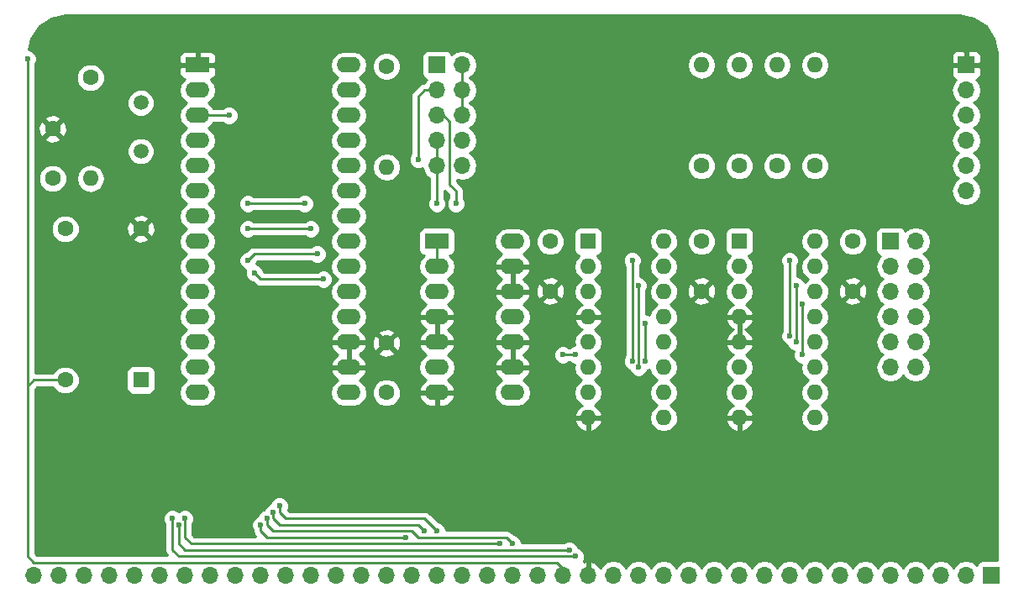
<source format=gbl>
G04 #@! TF.FileFunction,Copper,L2,Bot,Signal*
%FSLAX46Y46*%
G04 Gerber Fmt 4.6, Leading zero omitted, Abs format (unit mm)*
G04 Created by KiCad (PCBNEW 4.0.7) date 01/25/20 16:08:00*
%MOMM*%
%LPD*%
G01*
G04 APERTURE LIST*
%ADD10C,0.100000*%
%ADD11C,1.600000*%
%ADD12R,1.700000X1.700000*%
%ADD13O,1.700000X1.700000*%
%ADD14R,1.600000X1.600000*%
%ADD15O,1.600000X1.600000*%
%ADD16R,2.400000X1.600000*%
%ADD17O,2.400000X1.600000*%
%ADD18C,1.500000*%
%ADD19C,0.600000*%
%ADD20C,0.250000*%
%ADD21C,0.254000*%
G04 APERTURE END LIST*
D10*
D11*
X98425000Y-107315000D03*
X98425000Y-102315000D03*
D12*
X193040000Y-147320000D03*
D13*
X190500000Y-147320000D03*
X187960000Y-147320000D03*
X185420000Y-147320000D03*
X182880000Y-147320000D03*
X180340000Y-147320000D03*
X177800000Y-147320000D03*
X175260000Y-147320000D03*
X172720000Y-147320000D03*
X170180000Y-147320000D03*
X167640000Y-147320000D03*
X165100000Y-147320000D03*
X162560000Y-147320000D03*
X160020000Y-147320000D03*
X157480000Y-147320000D03*
X154940000Y-147320000D03*
X152400000Y-147320000D03*
X149860000Y-147320000D03*
X147320000Y-147320000D03*
X144780000Y-147320000D03*
X142240000Y-147320000D03*
X139700000Y-147320000D03*
X137160000Y-147320000D03*
X134620000Y-147320000D03*
X132080000Y-147320000D03*
X129540000Y-147320000D03*
X127000000Y-147320000D03*
X124460000Y-147320000D03*
X121920000Y-147320000D03*
X119380000Y-147320000D03*
X116840000Y-147320000D03*
X114300000Y-147320000D03*
X111760000Y-147320000D03*
X109220000Y-147320000D03*
X106680000Y-147320000D03*
X104140000Y-147320000D03*
X101600000Y-147320000D03*
X99060000Y-147320000D03*
X96520000Y-147320000D03*
D14*
X167640000Y-113665000D03*
D15*
X175260000Y-131445000D03*
X167640000Y-116205000D03*
X175260000Y-128905000D03*
X167640000Y-118745000D03*
X175260000Y-126365000D03*
X167640000Y-121285000D03*
X175260000Y-123825000D03*
X167640000Y-123825000D03*
X175260000Y-121285000D03*
X167640000Y-126365000D03*
X175260000Y-118745000D03*
X167640000Y-128905000D03*
X175260000Y-116205000D03*
X167640000Y-131445000D03*
X175260000Y-113665000D03*
D14*
X152400000Y-113665000D03*
D15*
X160020000Y-131445000D03*
X152400000Y-116205000D03*
X160020000Y-128905000D03*
X152400000Y-118745000D03*
X160020000Y-126365000D03*
X152400000Y-121285000D03*
X160020000Y-123825000D03*
X152400000Y-123825000D03*
X160020000Y-121285000D03*
X152400000Y-126365000D03*
X160020000Y-118745000D03*
X152400000Y-128905000D03*
X160020000Y-116205000D03*
X152400000Y-131445000D03*
X160020000Y-113665000D03*
D12*
X182880000Y-113665000D03*
D13*
X185420000Y-113665000D03*
X182880000Y-116205000D03*
X185420000Y-116205000D03*
X182880000Y-118745000D03*
X185420000Y-118745000D03*
X182880000Y-121285000D03*
X185420000Y-121285000D03*
X182880000Y-123825000D03*
X185420000Y-123825000D03*
X182880000Y-126365000D03*
X185420000Y-126365000D03*
D11*
X132080000Y-128905000D03*
X132080000Y-123905000D03*
X179070000Y-113665000D03*
X179070000Y-118665000D03*
X148590000Y-113665000D03*
X148590000Y-118665000D03*
X163830000Y-113665000D03*
X163830000Y-118665000D03*
D14*
X107315000Y-127635000D03*
D11*
X99695000Y-127635000D03*
X99695000Y-112395000D03*
X107315000Y-112395000D03*
D12*
X137160000Y-95885000D03*
D13*
X139700000Y-95885000D03*
X137160000Y-98425000D03*
X139700000Y-98425000D03*
X137160000Y-100965000D03*
X139700000Y-100965000D03*
X137160000Y-103505000D03*
X139700000Y-103505000D03*
X137160000Y-106045000D03*
X139700000Y-106045000D03*
D12*
X190500000Y-95885000D03*
D13*
X190500000Y-98425000D03*
X190500000Y-100965000D03*
X190500000Y-103505000D03*
X190500000Y-106045000D03*
X190500000Y-108585000D03*
D11*
X132080000Y-96012000D03*
D15*
X132080000Y-106172000D03*
D11*
X102235000Y-97155000D03*
D15*
X102235000Y-107315000D03*
D11*
X167640000Y-106045000D03*
D15*
X167640000Y-95885000D03*
D11*
X171450000Y-106045000D03*
D15*
X171450000Y-95885000D03*
D11*
X175260000Y-106045000D03*
D15*
X175260000Y-95885000D03*
D11*
X163830000Y-106045000D03*
D15*
X163830000Y-95885000D03*
D16*
X113030000Y-95885000D03*
D17*
X128270000Y-128905000D03*
X113030000Y-98425000D03*
X128270000Y-126365000D03*
X113030000Y-100965000D03*
X128270000Y-123825000D03*
X113030000Y-103505000D03*
X128270000Y-121285000D03*
X113030000Y-106045000D03*
X128270000Y-118745000D03*
X113030000Y-108585000D03*
X128270000Y-116205000D03*
X113030000Y-111125000D03*
X128270000Y-113665000D03*
X113030000Y-113665000D03*
X128270000Y-111125000D03*
X113030000Y-116205000D03*
X128270000Y-108585000D03*
X113030000Y-118745000D03*
X128270000Y-106045000D03*
X113030000Y-121285000D03*
X128270000Y-103505000D03*
X113030000Y-123825000D03*
X128270000Y-100965000D03*
X113030000Y-126365000D03*
X128270000Y-98425000D03*
X113030000Y-128905000D03*
X128270000Y-95885000D03*
D16*
X137160000Y-113665000D03*
D17*
X144780000Y-128905000D03*
X137160000Y-116205000D03*
X144780000Y-126365000D03*
X137160000Y-118745000D03*
X144780000Y-123825000D03*
X137160000Y-121285000D03*
X144780000Y-121285000D03*
X137160000Y-123825000D03*
X144780000Y-118745000D03*
X137160000Y-126365000D03*
X144780000Y-116205000D03*
X137160000Y-128905000D03*
X144780000Y-113665000D03*
D18*
X107315000Y-99695000D03*
X107315000Y-104575000D03*
D19*
X95885000Y-95250000D03*
X173990000Y-120015000D03*
X173990000Y-125095000D03*
X173355000Y-118110000D03*
X173355000Y-123825000D03*
X172720000Y-123190000D03*
X172720000Y-115570000D03*
X158115000Y-121920000D03*
X158115000Y-125730000D03*
X157480000Y-118110000D03*
X157480000Y-126365000D03*
X156845000Y-115570000D03*
X156845000Y-125730000D03*
X150495000Y-144780000D03*
X111125000Y-142240000D03*
X151130000Y-145415000D03*
X110490000Y-141605000D03*
X144780000Y-144145000D03*
X120015000Y-141605000D03*
X119380000Y-142240000D03*
X133985000Y-143510000D03*
X135255000Y-105410000D03*
X118745000Y-116840000D03*
X125730000Y-117475000D03*
X151130000Y-125095000D03*
X149860000Y-125095000D03*
X116205000Y-100965000D03*
X143510000Y-144145000D03*
X111760000Y-141605000D03*
X137160000Y-142875000D03*
X121285000Y-140335000D03*
X135890000Y-142875000D03*
X120650000Y-140970000D03*
X139065000Y-109855000D03*
X137160000Y-109855000D03*
X123825000Y-109855000D03*
X118110000Y-109855000D03*
X124460000Y-112395000D03*
X118110000Y-112395000D03*
X118110000Y-115570000D03*
X125095000Y-114935000D03*
D20*
X95885000Y-95250000D02*
X95885000Y-107950000D01*
X95885000Y-128270000D02*
X95885000Y-107950000D01*
X99695000Y-127635000D02*
X96520000Y-127635000D01*
X96520000Y-127635000D02*
X95885000Y-128270000D01*
X149860000Y-147320000D02*
X149860000Y-146685000D01*
X149860000Y-146685000D02*
X149225000Y-146050000D01*
X95885000Y-139700000D02*
X95885000Y-128270000D01*
X95885000Y-144780000D02*
X95885000Y-139700000D01*
X149225000Y-146050000D02*
X96520000Y-146050000D01*
X96520000Y-146050000D02*
X95885000Y-145415000D01*
X95885000Y-145415000D02*
X95885000Y-144780000D01*
X159385000Y-113665000D02*
X160020000Y-113665000D01*
X173990000Y-120015000D02*
X173990000Y-125095000D01*
X173355000Y-118110000D02*
X173355000Y-123825000D01*
X172720000Y-123190000D02*
X172720000Y-115570000D01*
X158115000Y-125730000D02*
X158115000Y-121920000D01*
X157480000Y-126365000D02*
X157480000Y-118110000D01*
X156845000Y-125730000D02*
X156845000Y-115570000D01*
X111760000Y-144780000D02*
X150495000Y-144780000D01*
X111125000Y-144145000D02*
X111760000Y-144780000D01*
X111125000Y-142240000D02*
X111125000Y-144145000D01*
X110490000Y-141605000D02*
X110490000Y-144780000D01*
X111125000Y-145415000D02*
X110490000Y-144780000D01*
X151130000Y-145415000D02*
X111125000Y-145415000D01*
X144145000Y-143510000D02*
X144780000Y-144145000D01*
X135255000Y-143510000D02*
X134620000Y-142875000D01*
X135890000Y-143510000D02*
X135255000Y-143510000D01*
X144145000Y-143510000D02*
X135890000Y-143510000D01*
X120015000Y-142240000D02*
X120015000Y-141605000D01*
X120650000Y-142875000D02*
X120015000Y-142240000D01*
X134620000Y-142875000D02*
X120650000Y-142875000D01*
X119380000Y-142875000D02*
X119380000Y-142240000D01*
X120015000Y-143510000D02*
X119380000Y-142875000D01*
X133985000Y-143510000D02*
X120015000Y-143510000D01*
X137160000Y-98425000D02*
X135890000Y-98425000D01*
X135255000Y-99060000D02*
X135255000Y-105410000D01*
X135890000Y-98425000D02*
X135255000Y-99060000D01*
X136525000Y-98425000D02*
X137160000Y-98425000D01*
X119380000Y-117475000D02*
X118745000Y-116840000D01*
X151130000Y-125095000D02*
X149860000Y-125095000D01*
X125730000Y-117475000D02*
X119380000Y-117475000D01*
X116205000Y-100965000D02*
X113030000Y-100965000D01*
X112395000Y-144145000D02*
X143510000Y-144145000D01*
X111760000Y-143510000D02*
X112395000Y-144145000D01*
X111760000Y-141605000D02*
X111760000Y-143510000D01*
X135890000Y-141605000D02*
X137160000Y-142875000D01*
X121285000Y-140970000D02*
X121285000Y-140335000D01*
X121920000Y-141605000D02*
X121285000Y-140970000D01*
X135890000Y-141605000D02*
X121920000Y-141605000D01*
X135255000Y-142240000D02*
X135890000Y-142875000D01*
X120650000Y-141605000D02*
X120650000Y-140970000D01*
X121285000Y-142240000D02*
X120650000Y-141605000D01*
X135255000Y-142240000D02*
X121285000Y-142240000D01*
X139700000Y-98425000D02*
X139700000Y-95885000D01*
X139700000Y-100965000D02*
X139700000Y-98425000D01*
X138430000Y-107315000D02*
X138430000Y-107950000D01*
X139065000Y-108585000D02*
X138430000Y-107950000D01*
X139065000Y-108585000D02*
X139065000Y-109855000D01*
X138430000Y-101600000D02*
X137795000Y-100965000D01*
X138430000Y-107315000D02*
X138430000Y-101600000D01*
X137795000Y-100965000D02*
X137160000Y-100965000D01*
X137160000Y-109855000D02*
X137160000Y-106045000D01*
X137160000Y-116205000D02*
X137160000Y-113665000D01*
X137160000Y-106045000D02*
X137160000Y-103505000D01*
X118110000Y-109855000D02*
X118745000Y-109855000D01*
X119380000Y-109855000D02*
X118745000Y-109855000D01*
X123825000Y-109855000D02*
X119380000Y-109855000D01*
X124460000Y-112395000D02*
X118745000Y-112395000D01*
X118745000Y-112395000D02*
X118110000Y-112395000D01*
X118745000Y-114935000D02*
X118110000Y-115570000D01*
X125095000Y-114935000D02*
X119380000Y-114935000D01*
X119380000Y-114935000D02*
X118745000Y-114935000D01*
D21*
G36*
X191289001Y-91177161D02*
X192496209Y-91983791D01*
X193302839Y-93191001D01*
X193600000Y-94684931D01*
X193600000Y-145822560D01*
X192190000Y-145822560D01*
X191954683Y-145866838D01*
X191738559Y-146005910D01*
X191593569Y-146218110D01*
X191579914Y-146285541D01*
X191550054Y-146240853D01*
X191068285Y-145918946D01*
X190500000Y-145805907D01*
X189931715Y-145918946D01*
X189449946Y-146240853D01*
X189230000Y-146570026D01*
X189010054Y-146240853D01*
X188528285Y-145918946D01*
X187960000Y-145805907D01*
X187391715Y-145918946D01*
X186909946Y-146240853D01*
X186690000Y-146570026D01*
X186470054Y-146240853D01*
X185988285Y-145918946D01*
X185420000Y-145805907D01*
X184851715Y-145918946D01*
X184369946Y-146240853D01*
X184150000Y-146570026D01*
X183930054Y-146240853D01*
X183448285Y-145918946D01*
X182880000Y-145805907D01*
X182311715Y-145918946D01*
X181829946Y-146240853D01*
X181610000Y-146570026D01*
X181390054Y-146240853D01*
X180908285Y-145918946D01*
X180340000Y-145805907D01*
X179771715Y-145918946D01*
X179289946Y-146240853D01*
X179070000Y-146570026D01*
X178850054Y-146240853D01*
X178368285Y-145918946D01*
X177800000Y-145805907D01*
X177231715Y-145918946D01*
X176749946Y-146240853D01*
X176530000Y-146570026D01*
X176310054Y-146240853D01*
X175828285Y-145918946D01*
X175260000Y-145805907D01*
X174691715Y-145918946D01*
X174209946Y-146240853D01*
X173990000Y-146570026D01*
X173770054Y-146240853D01*
X173288285Y-145918946D01*
X172720000Y-145805907D01*
X172151715Y-145918946D01*
X171669946Y-146240853D01*
X171450000Y-146570026D01*
X171230054Y-146240853D01*
X170748285Y-145918946D01*
X170180000Y-145805907D01*
X169611715Y-145918946D01*
X169129946Y-146240853D01*
X168910000Y-146570026D01*
X168690054Y-146240853D01*
X168208285Y-145918946D01*
X167640000Y-145805907D01*
X167071715Y-145918946D01*
X166589946Y-146240853D01*
X166370000Y-146570026D01*
X166150054Y-146240853D01*
X165668285Y-145918946D01*
X165100000Y-145805907D01*
X164531715Y-145918946D01*
X164049946Y-146240853D01*
X163830000Y-146570026D01*
X163610054Y-146240853D01*
X163128285Y-145918946D01*
X162560000Y-145805907D01*
X161991715Y-145918946D01*
X161509946Y-146240853D01*
X161290000Y-146570026D01*
X161070054Y-146240853D01*
X160588285Y-145918946D01*
X160020000Y-145805907D01*
X159451715Y-145918946D01*
X158969946Y-146240853D01*
X158750000Y-146570026D01*
X158530054Y-146240853D01*
X158048285Y-145918946D01*
X157480000Y-145805907D01*
X156911715Y-145918946D01*
X156429946Y-146240853D01*
X156210000Y-146570026D01*
X155990054Y-146240853D01*
X155508285Y-145918946D01*
X154940000Y-145805907D01*
X154371715Y-145918946D01*
X153889946Y-146240853D01*
X153662298Y-146581553D01*
X153595183Y-146438642D01*
X153166924Y-146048355D01*
X152756890Y-145878524D01*
X152527000Y-145999845D01*
X152527000Y-147193000D01*
X152547000Y-147193000D01*
X152547000Y-147447000D01*
X152527000Y-147447000D01*
X152527000Y-147467000D01*
X152273000Y-147467000D01*
X152273000Y-147447000D01*
X152253000Y-147447000D01*
X152253000Y-147193000D01*
X152273000Y-147193000D01*
X152273000Y-145999845D01*
X152043110Y-145878524D01*
X151930577Y-145925134D01*
X152064838Y-145601799D01*
X152065162Y-145229833D01*
X151923117Y-144886057D01*
X151660327Y-144622808D01*
X151396446Y-144513235D01*
X151288117Y-144251057D01*
X151025327Y-143987808D01*
X150681799Y-143845162D01*
X150309833Y-143844838D01*
X149966057Y-143986883D01*
X149932882Y-144020000D01*
X145715110Y-144020000D01*
X145715162Y-143959833D01*
X145573117Y-143616057D01*
X145310327Y-143352808D01*
X144966799Y-143210162D01*
X144919923Y-143210121D01*
X144682401Y-142972599D01*
X144435839Y-142807852D01*
X144145000Y-142750000D01*
X138095110Y-142750000D01*
X138095162Y-142689833D01*
X137953117Y-142346057D01*
X137690327Y-142082808D01*
X137346799Y-141940162D01*
X137299923Y-141940121D01*
X136427401Y-141067599D01*
X136180839Y-140902852D01*
X135890000Y-140845000D01*
X122234802Y-140845000D01*
X122129400Y-140739598D01*
X122219838Y-140521799D01*
X122220162Y-140149833D01*
X122078117Y-139806057D01*
X121815327Y-139542808D01*
X121471799Y-139400162D01*
X121099833Y-139399838D01*
X120756057Y-139541883D01*
X120492808Y-139804673D01*
X120383235Y-140068554D01*
X120121057Y-140176883D01*
X119857808Y-140439673D01*
X119748235Y-140703554D01*
X119486057Y-140811883D01*
X119222808Y-141074673D01*
X119113235Y-141338554D01*
X118851057Y-141446883D01*
X118587808Y-141709673D01*
X118445162Y-142053201D01*
X118444838Y-142425167D01*
X118586883Y-142768943D01*
X118620000Y-142802118D01*
X118620000Y-142875000D01*
X118677852Y-143165839D01*
X118824290Y-143385000D01*
X112709802Y-143385000D01*
X112520000Y-143195198D01*
X112520000Y-142167463D01*
X112552192Y-142135327D01*
X112694838Y-141791799D01*
X112695162Y-141419833D01*
X112553117Y-141076057D01*
X112290327Y-140812808D01*
X111946799Y-140670162D01*
X111574833Y-140669838D01*
X111231057Y-140811883D01*
X111125046Y-140917710D01*
X111020327Y-140812808D01*
X110676799Y-140670162D01*
X110304833Y-140669838D01*
X109961057Y-140811883D01*
X109697808Y-141074673D01*
X109555162Y-141418201D01*
X109554838Y-141790167D01*
X109696883Y-142133943D01*
X109730000Y-142167118D01*
X109730000Y-144780000D01*
X109787852Y-145070839D01*
X109934290Y-145290000D01*
X96834802Y-145290000D01*
X96645000Y-145100198D01*
X96645000Y-131794039D01*
X151008096Y-131794039D01*
X151168959Y-132182423D01*
X151544866Y-132597389D01*
X152050959Y-132836914D01*
X152273000Y-132715629D01*
X152273000Y-131572000D01*
X152527000Y-131572000D01*
X152527000Y-132715629D01*
X152749041Y-132836914D01*
X153255134Y-132597389D01*
X153631041Y-132182423D01*
X153791904Y-131794039D01*
X153669915Y-131572000D01*
X152527000Y-131572000D01*
X152273000Y-131572000D01*
X151130085Y-131572000D01*
X151008096Y-131794039D01*
X96645000Y-131794039D01*
X96645000Y-128584802D01*
X96834802Y-128395000D01*
X98456354Y-128395000D01*
X98477757Y-128446800D01*
X98881077Y-128850824D01*
X99408309Y-129069750D01*
X99979187Y-129070248D01*
X100506800Y-128852243D01*
X100910824Y-128448923D01*
X101129750Y-127921691D01*
X101130248Y-127350813D01*
X100917119Y-126835000D01*
X105867560Y-126835000D01*
X105867560Y-128435000D01*
X105911838Y-128670317D01*
X106050910Y-128886441D01*
X106263110Y-129031431D01*
X106515000Y-129082440D01*
X108115000Y-129082440D01*
X108350317Y-129038162D01*
X108566441Y-128899090D01*
X108711431Y-128686890D01*
X108762440Y-128435000D01*
X108762440Y-126835000D01*
X108718162Y-126599683D01*
X108579090Y-126383559D01*
X108366890Y-126238569D01*
X108115000Y-126187560D01*
X106515000Y-126187560D01*
X106279683Y-126231838D01*
X106063559Y-126370910D01*
X105918569Y-126583110D01*
X105867560Y-126835000D01*
X100917119Y-126835000D01*
X100912243Y-126823200D01*
X100508923Y-126419176D01*
X99981691Y-126200250D01*
X99410813Y-126199752D01*
X98883200Y-126417757D01*
X98479176Y-126821077D01*
X98456785Y-126875000D01*
X96645000Y-126875000D01*
X96645000Y-112679187D01*
X98259752Y-112679187D01*
X98477757Y-113206800D01*
X98881077Y-113610824D01*
X99408309Y-113829750D01*
X99979187Y-113830248D01*
X100506800Y-113612243D01*
X100716663Y-113402745D01*
X106486861Y-113402745D01*
X106560995Y-113648864D01*
X107098223Y-113841965D01*
X107668454Y-113814778D01*
X108069005Y-113648864D01*
X108143139Y-113402745D01*
X107315000Y-112574605D01*
X106486861Y-113402745D01*
X100716663Y-113402745D01*
X100910824Y-113208923D01*
X101129750Y-112681691D01*
X101130189Y-112178223D01*
X105868035Y-112178223D01*
X105895222Y-112748454D01*
X106061136Y-113149005D01*
X106307255Y-113223139D01*
X107135395Y-112395000D01*
X107494605Y-112395000D01*
X108322745Y-113223139D01*
X108568864Y-113149005D01*
X108761965Y-112611777D01*
X108734778Y-112041546D01*
X108568864Y-111640995D01*
X108322745Y-111566861D01*
X107494605Y-112395000D01*
X107135395Y-112395000D01*
X106307255Y-111566861D01*
X106061136Y-111640995D01*
X105868035Y-112178223D01*
X101130189Y-112178223D01*
X101130248Y-112110813D01*
X100912243Y-111583200D01*
X100716640Y-111387255D01*
X106486861Y-111387255D01*
X107315000Y-112215395D01*
X108143139Y-111387255D01*
X108069005Y-111141136D01*
X107531777Y-110948035D01*
X106961546Y-110975222D01*
X106560995Y-111141136D01*
X106486861Y-111387255D01*
X100716640Y-111387255D01*
X100508923Y-111179176D01*
X99981691Y-110960250D01*
X99410813Y-110959752D01*
X98883200Y-111177757D01*
X98479176Y-111581077D01*
X98260250Y-112108309D01*
X98259752Y-112679187D01*
X96645000Y-112679187D01*
X96645000Y-107599187D01*
X96989752Y-107599187D01*
X97207757Y-108126800D01*
X97611077Y-108530824D01*
X98138309Y-108749750D01*
X98709187Y-108750248D01*
X99236800Y-108532243D01*
X99640824Y-108128923D01*
X99859750Y-107601691D01*
X99860024Y-107286887D01*
X100800000Y-107286887D01*
X100800000Y-107343113D01*
X100909233Y-107892264D01*
X101220302Y-108357811D01*
X101685849Y-108668880D01*
X102235000Y-108778113D01*
X102784151Y-108668880D01*
X103249698Y-108357811D01*
X103560767Y-107892264D01*
X103670000Y-107343113D01*
X103670000Y-107286887D01*
X103560767Y-106737736D01*
X103249698Y-106272189D01*
X102784151Y-105961120D01*
X102235000Y-105851887D01*
X101685849Y-105961120D01*
X101220302Y-106272189D01*
X100909233Y-106737736D01*
X100800000Y-107286887D01*
X99860024Y-107286887D01*
X99860248Y-107030813D01*
X99642243Y-106503200D01*
X99238923Y-106099176D01*
X98711691Y-105880250D01*
X98140813Y-105879752D01*
X97613200Y-106097757D01*
X97209176Y-106501077D01*
X96990250Y-107028309D01*
X96989752Y-107599187D01*
X96645000Y-107599187D01*
X96645000Y-104849285D01*
X105929760Y-104849285D01*
X106140169Y-105358515D01*
X106529436Y-105748461D01*
X107038298Y-105959759D01*
X107589285Y-105960240D01*
X108098515Y-105749831D01*
X108488461Y-105360564D01*
X108699759Y-104851702D01*
X108700240Y-104300715D01*
X108489831Y-103791485D01*
X108100564Y-103401539D01*
X107591702Y-103190241D01*
X107040715Y-103189760D01*
X106531485Y-103400169D01*
X106141539Y-103789436D01*
X105930241Y-104298298D01*
X105929760Y-104849285D01*
X96645000Y-104849285D01*
X96645000Y-103322745D01*
X97596861Y-103322745D01*
X97670995Y-103568864D01*
X98208223Y-103761965D01*
X98778454Y-103734778D01*
X99179005Y-103568864D01*
X99253139Y-103322745D01*
X98425000Y-102494605D01*
X97596861Y-103322745D01*
X96645000Y-103322745D01*
X96645000Y-102098223D01*
X96978035Y-102098223D01*
X97005222Y-102668454D01*
X97171136Y-103069005D01*
X97417255Y-103143139D01*
X98245395Y-102315000D01*
X98604605Y-102315000D01*
X99432745Y-103143139D01*
X99678864Y-103069005D01*
X99871965Y-102531777D01*
X99844778Y-101961546D01*
X99678864Y-101560995D01*
X99432745Y-101486861D01*
X98604605Y-102315000D01*
X98245395Y-102315000D01*
X97417255Y-101486861D01*
X97171136Y-101560995D01*
X96978035Y-102098223D01*
X96645000Y-102098223D01*
X96645000Y-101307255D01*
X97596861Y-101307255D01*
X98425000Y-102135395D01*
X99253139Y-101307255D01*
X99179005Y-101061136D01*
X98641777Y-100868035D01*
X98071546Y-100895222D01*
X97670995Y-101061136D01*
X97596861Y-101307255D01*
X96645000Y-101307255D01*
X96645000Y-99969285D01*
X105929760Y-99969285D01*
X106140169Y-100478515D01*
X106529436Y-100868461D01*
X107038298Y-101079759D01*
X107589285Y-101080240D01*
X108098515Y-100869831D01*
X108488461Y-100480564D01*
X108699759Y-99971702D01*
X108700240Y-99420715D01*
X108489831Y-98911485D01*
X108100564Y-98521539D01*
X107868073Y-98425000D01*
X111159050Y-98425000D01*
X111268283Y-98974151D01*
X111579352Y-99439698D01*
X111961438Y-99695000D01*
X111579352Y-99950302D01*
X111268283Y-100415849D01*
X111159050Y-100965000D01*
X111268283Y-101514151D01*
X111579352Y-101979698D01*
X111961438Y-102235000D01*
X111579352Y-102490302D01*
X111268283Y-102955849D01*
X111159050Y-103505000D01*
X111268283Y-104054151D01*
X111579352Y-104519698D01*
X111961438Y-104775000D01*
X111579352Y-105030302D01*
X111268283Y-105495849D01*
X111159050Y-106045000D01*
X111268283Y-106594151D01*
X111579352Y-107059698D01*
X111961438Y-107315000D01*
X111579352Y-107570302D01*
X111268283Y-108035849D01*
X111159050Y-108585000D01*
X111268283Y-109134151D01*
X111579352Y-109599698D01*
X111961438Y-109855000D01*
X111579352Y-110110302D01*
X111268283Y-110575849D01*
X111159050Y-111125000D01*
X111268283Y-111674151D01*
X111579352Y-112139698D01*
X111961438Y-112395000D01*
X111579352Y-112650302D01*
X111268283Y-113115849D01*
X111159050Y-113665000D01*
X111268283Y-114214151D01*
X111579352Y-114679698D01*
X111961438Y-114935000D01*
X111579352Y-115190302D01*
X111268283Y-115655849D01*
X111159050Y-116205000D01*
X111268283Y-116754151D01*
X111579352Y-117219698D01*
X111961438Y-117475000D01*
X111579352Y-117730302D01*
X111268283Y-118195849D01*
X111159050Y-118745000D01*
X111268283Y-119294151D01*
X111579352Y-119759698D01*
X111961438Y-120015000D01*
X111579352Y-120270302D01*
X111268283Y-120735849D01*
X111159050Y-121285000D01*
X111268283Y-121834151D01*
X111579352Y-122299698D01*
X111961438Y-122555000D01*
X111579352Y-122810302D01*
X111268283Y-123275849D01*
X111159050Y-123825000D01*
X111268283Y-124374151D01*
X111579352Y-124839698D01*
X111961438Y-125095000D01*
X111579352Y-125350302D01*
X111268283Y-125815849D01*
X111159050Y-126365000D01*
X111268283Y-126914151D01*
X111579352Y-127379698D01*
X111961438Y-127635000D01*
X111579352Y-127890302D01*
X111268283Y-128355849D01*
X111159050Y-128905000D01*
X111268283Y-129454151D01*
X111579352Y-129919698D01*
X112044899Y-130230767D01*
X112594050Y-130340000D01*
X113465950Y-130340000D01*
X114015101Y-130230767D01*
X114480648Y-129919698D01*
X114791717Y-129454151D01*
X114900950Y-128905000D01*
X126399050Y-128905000D01*
X126508283Y-129454151D01*
X126819352Y-129919698D01*
X127284899Y-130230767D01*
X127834050Y-130340000D01*
X128705950Y-130340000D01*
X129255101Y-130230767D01*
X129720648Y-129919698D01*
X130031717Y-129454151D01*
X130084421Y-129189187D01*
X130644752Y-129189187D01*
X130862757Y-129716800D01*
X131266077Y-130120824D01*
X131793309Y-130339750D01*
X132364187Y-130340248D01*
X132891800Y-130122243D01*
X133295824Y-129718923D01*
X133488860Y-129254039D01*
X135368096Y-129254039D01*
X135385633Y-129336819D01*
X135655500Y-129829896D01*
X136093517Y-130182166D01*
X136633000Y-130340000D01*
X137033000Y-130340000D01*
X137033000Y-129032000D01*
X137287000Y-129032000D01*
X137287000Y-130340000D01*
X137687000Y-130340000D01*
X138226483Y-130182166D01*
X138664500Y-129829896D01*
X138934367Y-129336819D01*
X138951904Y-129254039D01*
X138829915Y-129032000D01*
X137287000Y-129032000D01*
X137033000Y-129032000D01*
X135490085Y-129032000D01*
X135368096Y-129254039D01*
X133488860Y-129254039D01*
X133514750Y-129191691D01*
X133515000Y-128905000D01*
X142909050Y-128905000D01*
X143018283Y-129454151D01*
X143329352Y-129919698D01*
X143794899Y-130230767D01*
X144344050Y-130340000D01*
X145215950Y-130340000D01*
X145765101Y-130230767D01*
X146230648Y-129919698D01*
X146541717Y-129454151D01*
X146650950Y-128905000D01*
X146541717Y-128355849D01*
X146230648Y-127890302D01*
X145852293Y-127637493D01*
X146284500Y-127289896D01*
X146554367Y-126796819D01*
X146571904Y-126714039D01*
X146449915Y-126492000D01*
X144907000Y-126492000D01*
X144907000Y-126512000D01*
X144653000Y-126512000D01*
X144653000Y-126492000D01*
X143110085Y-126492000D01*
X142988096Y-126714039D01*
X143005633Y-126796819D01*
X143275500Y-127289896D01*
X143707707Y-127637493D01*
X143329352Y-127890302D01*
X143018283Y-128355849D01*
X142909050Y-128905000D01*
X133515000Y-128905000D01*
X133515248Y-128620813D01*
X133297243Y-128093200D01*
X132893923Y-127689176D01*
X132366691Y-127470250D01*
X131795813Y-127469752D01*
X131268200Y-127687757D01*
X130864176Y-128091077D01*
X130645250Y-128618309D01*
X130644752Y-129189187D01*
X130084421Y-129189187D01*
X130140950Y-128905000D01*
X130031717Y-128355849D01*
X129720648Y-127890302D01*
X129342293Y-127637493D01*
X129774500Y-127289896D01*
X130044367Y-126796819D01*
X130061904Y-126714039D01*
X129939915Y-126492000D01*
X128397000Y-126492000D01*
X128397000Y-126512000D01*
X128143000Y-126512000D01*
X128143000Y-126492000D01*
X126600085Y-126492000D01*
X126478096Y-126714039D01*
X126495633Y-126796819D01*
X126765500Y-127289896D01*
X127197707Y-127637493D01*
X126819352Y-127890302D01*
X126508283Y-128355849D01*
X126399050Y-128905000D01*
X114900950Y-128905000D01*
X114791717Y-128355849D01*
X114480648Y-127890302D01*
X114098562Y-127635000D01*
X114480648Y-127379698D01*
X114791717Y-126914151D01*
X114900950Y-126365000D01*
X135289050Y-126365000D01*
X135398283Y-126914151D01*
X135709352Y-127379698D01*
X136087707Y-127632507D01*
X135655500Y-127980104D01*
X135385633Y-128473181D01*
X135368096Y-128555961D01*
X135490085Y-128778000D01*
X137033000Y-128778000D01*
X137033000Y-128758000D01*
X137287000Y-128758000D01*
X137287000Y-128778000D01*
X138829915Y-128778000D01*
X138951904Y-128555961D01*
X138934367Y-128473181D01*
X138664500Y-127980104D01*
X138232293Y-127632507D01*
X138610648Y-127379698D01*
X138921717Y-126914151D01*
X139030950Y-126365000D01*
X138921717Y-125815849D01*
X138610648Y-125350302D01*
X138232293Y-125097493D01*
X138664500Y-124749896D01*
X138934367Y-124256819D01*
X138951904Y-124174039D01*
X142988096Y-124174039D01*
X143005633Y-124256819D01*
X143275500Y-124749896D01*
X143704607Y-125095000D01*
X143275500Y-125440104D01*
X143005633Y-125933181D01*
X142988096Y-126015961D01*
X143110085Y-126238000D01*
X144653000Y-126238000D01*
X144653000Y-123952000D01*
X144907000Y-123952000D01*
X144907000Y-126238000D01*
X146449915Y-126238000D01*
X146571904Y-126015961D01*
X146554367Y-125933181D01*
X146284500Y-125440104D01*
X146085633Y-125280167D01*
X148924838Y-125280167D01*
X149066883Y-125623943D01*
X149329673Y-125887192D01*
X149673201Y-126029838D01*
X150045167Y-126030162D01*
X150388943Y-125888117D01*
X150422118Y-125855000D01*
X150567537Y-125855000D01*
X150599673Y-125887192D01*
X150943201Y-126029838D01*
X151003544Y-126029891D01*
X150936887Y-126365000D01*
X151046120Y-126914151D01*
X151357189Y-127379698D01*
X151739275Y-127635000D01*
X151357189Y-127890302D01*
X151046120Y-128355849D01*
X150936887Y-128905000D01*
X151046120Y-129454151D01*
X151357189Y-129919698D01*
X151761703Y-130189986D01*
X151544866Y-130292611D01*
X151168959Y-130707577D01*
X151008096Y-131095961D01*
X151130085Y-131318000D01*
X152273000Y-131318000D01*
X152273000Y-131298000D01*
X152527000Y-131298000D01*
X152527000Y-131318000D01*
X153669915Y-131318000D01*
X153791904Y-131095961D01*
X153631041Y-130707577D01*
X153255134Y-130292611D01*
X153038297Y-130189986D01*
X153442811Y-129919698D01*
X153753880Y-129454151D01*
X153863113Y-128905000D01*
X153753880Y-128355849D01*
X153442811Y-127890302D01*
X153060725Y-127635000D01*
X153442811Y-127379698D01*
X153753880Y-126914151D01*
X153863113Y-126365000D01*
X153753880Y-125815849D01*
X153442811Y-125350302D01*
X153060725Y-125095000D01*
X153442811Y-124839698D01*
X153753880Y-124374151D01*
X153863113Y-123825000D01*
X153753880Y-123275849D01*
X153442811Y-122810302D01*
X153038297Y-122540014D01*
X153255134Y-122437389D01*
X153631041Y-122022423D01*
X153791904Y-121634039D01*
X153669915Y-121412000D01*
X152527000Y-121412000D01*
X152527000Y-121432000D01*
X152273000Y-121432000D01*
X152273000Y-121412000D01*
X151130085Y-121412000D01*
X151008096Y-121634039D01*
X151168959Y-122022423D01*
X151544866Y-122437389D01*
X151761703Y-122540014D01*
X151357189Y-122810302D01*
X151046120Y-123275849D01*
X150936887Y-123825000D01*
X151003501Y-124159889D01*
X150944833Y-124159838D01*
X150601057Y-124301883D01*
X150567882Y-124335000D01*
X150422463Y-124335000D01*
X150390327Y-124302808D01*
X150046799Y-124160162D01*
X149674833Y-124159838D01*
X149331057Y-124301883D01*
X149067808Y-124564673D01*
X148925162Y-124908201D01*
X148924838Y-125280167D01*
X146085633Y-125280167D01*
X145855393Y-125095000D01*
X146284500Y-124749896D01*
X146554367Y-124256819D01*
X146571904Y-124174039D01*
X146449915Y-123952000D01*
X144907000Y-123952000D01*
X144653000Y-123952000D01*
X143110085Y-123952000D01*
X142988096Y-124174039D01*
X138951904Y-124174039D01*
X138829915Y-123952000D01*
X137287000Y-123952000D01*
X137287000Y-123972000D01*
X137033000Y-123972000D01*
X137033000Y-123952000D01*
X135490085Y-123952000D01*
X135368096Y-124174039D01*
X135385633Y-124256819D01*
X135655500Y-124749896D01*
X136087707Y-125097493D01*
X135709352Y-125350302D01*
X135398283Y-125815849D01*
X135289050Y-126365000D01*
X114900950Y-126365000D01*
X114791717Y-125815849D01*
X114480648Y-125350302D01*
X114098562Y-125095000D01*
X114480648Y-124839698D01*
X114791717Y-124374151D01*
X114831521Y-124174039D01*
X126478096Y-124174039D01*
X126495633Y-124256819D01*
X126765500Y-124749896D01*
X127194607Y-125095000D01*
X126765500Y-125440104D01*
X126495633Y-125933181D01*
X126478096Y-126015961D01*
X126600085Y-126238000D01*
X128143000Y-126238000D01*
X128143000Y-123952000D01*
X128397000Y-123952000D01*
X128397000Y-126238000D01*
X129939915Y-126238000D01*
X130061904Y-126015961D01*
X130044367Y-125933181D01*
X129774500Y-125440104D01*
X129345393Y-125095000D01*
X129572011Y-124912745D01*
X131251861Y-124912745D01*
X131325995Y-125158864D01*
X131863223Y-125351965D01*
X132433454Y-125324778D01*
X132834005Y-125158864D01*
X132908139Y-124912745D01*
X132080000Y-124084605D01*
X131251861Y-124912745D01*
X129572011Y-124912745D01*
X129774500Y-124749896D01*
X130044367Y-124256819D01*
X130061904Y-124174039D01*
X129939915Y-123952000D01*
X128397000Y-123952000D01*
X128143000Y-123952000D01*
X126600085Y-123952000D01*
X126478096Y-124174039D01*
X114831521Y-124174039D01*
X114900950Y-123825000D01*
X114791717Y-123275849D01*
X114480648Y-122810302D01*
X114098562Y-122555000D01*
X114480648Y-122299698D01*
X114791717Y-121834151D01*
X114900950Y-121285000D01*
X114791717Y-120735849D01*
X114480648Y-120270302D01*
X114098562Y-120015000D01*
X114480648Y-119759698D01*
X114791717Y-119294151D01*
X114900950Y-118745000D01*
X114791717Y-118195849D01*
X114480648Y-117730302D01*
X114098562Y-117475000D01*
X114480648Y-117219698D01*
X114791717Y-116754151D01*
X114900950Y-116205000D01*
X114811473Y-115755167D01*
X117174838Y-115755167D01*
X117316883Y-116098943D01*
X117579673Y-116362192D01*
X117879332Y-116486622D01*
X117810162Y-116653201D01*
X117809838Y-117025167D01*
X117951883Y-117368943D01*
X118214673Y-117632192D01*
X118558201Y-117774838D01*
X118605077Y-117774879D01*
X118842599Y-118012401D01*
X119089161Y-118177148D01*
X119380000Y-118235000D01*
X125167537Y-118235000D01*
X125199673Y-118267192D01*
X125543201Y-118409838D01*
X125915167Y-118410162D01*
X126258943Y-118268117D01*
X126522192Y-118005327D01*
X126664838Y-117661799D01*
X126665162Y-117289833D01*
X126523117Y-116946057D01*
X126260327Y-116682808D01*
X125916799Y-116540162D01*
X125544833Y-116539838D01*
X125201057Y-116681883D01*
X125167882Y-116715000D01*
X119694802Y-116715000D01*
X119680122Y-116700320D01*
X119680162Y-116654833D01*
X119538117Y-116311057D01*
X119275327Y-116047808D01*
X118975668Y-115923378D01*
X119044838Y-115756799D01*
X119044879Y-115709923D01*
X119059802Y-115695000D01*
X124532537Y-115695000D01*
X124564673Y-115727192D01*
X124908201Y-115869838D01*
X125280167Y-115870162D01*
X125623943Y-115728117D01*
X125887192Y-115465327D01*
X126029838Y-115121799D01*
X126030162Y-114749833D01*
X125888117Y-114406057D01*
X125625327Y-114142808D01*
X125281799Y-114000162D01*
X124909833Y-113999838D01*
X124566057Y-114141883D01*
X124532882Y-114175000D01*
X118745000Y-114175000D01*
X118454161Y-114232852D01*
X118207599Y-114397599D01*
X117970320Y-114634878D01*
X117924833Y-114634838D01*
X117581057Y-114776883D01*
X117317808Y-115039673D01*
X117175162Y-115383201D01*
X117174838Y-115755167D01*
X114811473Y-115755167D01*
X114791717Y-115655849D01*
X114480648Y-115190302D01*
X114098562Y-114935000D01*
X114480648Y-114679698D01*
X114791717Y-114214151D01*
X114900950Y-113665000D01*
X114791717Y-113115849D01*
X114480648Y-112650302D01*
X114375684Y-112580167D01*
X117174838Y-112580167D01*
X117316883Y-112923943D01*
X117579673Y-113187192D01*
X117923201Y-113329838D01*
X118295167Y-113330162D01*
X118638943Y-113188117D01*
X118672118Y-113155000D01*
X123897537Y-113155000D01*
X123929673Y-113187192D01*
X124273201Y-113329838D01*
X124645167Y-113330162D01*
X124988943Y-113188117D01*
X125252192Y-112925327D01*
X125394838Y-112581799D01*
X125395162Y-112209833D01*
X125253117Y-111866057D01*
X124990327Y-111602808D01*
X124646799Y-111460162D01*
X124274833Y-111459838D01*
X123931057Y-111601883D01*
X123897882Y-111635000D01*
X118672463Y-111635000D01*
X118640327Y-111602808D01*
X118296799Y-111460162D01*
X117924833Y-111459838D01*
X117581057Y-111601883D01*
X117317808Y-111864673D01*
X117175162Y-112208201D01*
X117174838Y-112580167D01*
X114375684Y-112580167D01*
X114098562Y-112395000D01*
X114480648Y-112139698D01*
X114791717Y-111674151D01*
X114900950Y-111125000D01*
X114791717Y-110575849D01*
X114480648Y-110110302D01*
X114375684Y-110040167D01*
X117174838Y-110040167D01*
X117316883Y-110383943D01*
X117579673Y-110647192D01*
X117923201Y-110789838D01*
X118295167Y-110790162D01*
X118638943Y-110648117D01*
X118672118Y-110615000D01*
X123262537Y-110615000D01*
X123294673Y-110647192D01*
X123638201Y-110789838D01*
X124010167Y-110790162D01*
X124353943Y-110648117D01*
X124617192Y-110385327D01*
X124759838Y-110041799D01*
X124760162Y-109669833D01*
X124618117Y-109326057D01*
X124355327Y-109062808D01*
X124011799Y-108920162D01*
X123639833Y-108919838D01*
X123296057Y-109061883D01*
X123262882Y-109095000D01*
X118672463Y-109095000D01*
X118640327Y-109062808D01*
X118296799Y-108920162D01*
X117924833Y-108919838D01*
X117581057Y-109061883D01*
X117317808Y-109324673D01*
X117175162Y-109668201D01*
X117174838Y-110040167D01*
X114375684Y-110040167D01*
X114098562Y-109855000D01*
X114480648Y-109599698D01*
X114791717Y-109134151D01*
X114900950Y-108585000D01*
X114791717Y-108035849D01*
X114480648Y-107570302D01*
X114098562Y-107315000D01*
X114480648Y-107059698D01*
X114791717Y-106594151D01*
X114900950Y-106045000D01*
X114791717Y-105495849D01*
X114480648Y-105030302D01*
X114098562Y-104775000D01*
X114480648Y-104519698D01*
X114791717Y-104054151D01*
X114900950Y-103505000D01*
X114791717Y-102955849D01*
X114480648Y-102490302D01*
X114098562Y-102235000D01*
X114480648Y-101979698D01*
X114650832Y-101725000D01*
X115642537Y-101725000D01*
X115674673Y-101757192D01*
X116018201Y-101899838D01*
X116390167Y-101900162D01*
X116733943Y-101758117D01*
X116997192Y-101495327D01*
X117139838Y-101151799D01*
X117140162Y-100779833D01*
X116998117Y-100436057D01*
X116735327Y-100172808D01*
X116391799Y-100030162D01*
X116019833Y-100029838D01*
X115676057Y-100171883D01*
X115642882Y-100205000D01*
X114650832Y-100205000D01*
X114480648Y-99950302D01*
X114098562Y-99695000D01*
X114480648Y-99439698D01*
X114791717Y-98974151D01*
X114900950Y-98425000D01*
X114791717Y-97875849D01*
X114480648Y-97410302D01*
X114345502Y-97320000D01*
X114356309Y-97320000D01*
X114589698Y-97223327D01*
X114768327Y-97044699D01*
X114865000Y-96811310D01*
X114865000Y-96170750D01*
X114706250Y-96012000D01*
X113157000Y-96012000D01*
X113157000Y-96032000D01*
X112903000Y-96032000D01*
X112903000Y-96012000D01*
X111353750Y-96012000D01*
X111195000Y-96170750D01*
X111195000Y-96811310D01*
X111291673Y-97044699D01*
X111470302Y-97223327D01*
X111703691Y-97320000D01*
X111714498Y-97320000D01*
X111579352Y-97410302D01*
X111268283Y-97875849D01*
X111159050Y-98425000D01*
X107868073Y-98425000D01*
X107591702Y-98310241D01*
X107040715Y-98309760D01*
X106531485Y-98520169D01*
X106141539Y-98909436D01*
X105930241Y-99418298D01*
X105929760Y-99969285D01*
X96645000Y-99969285D01*
X96645000Y-97439187D01*
X100799752Y-97439187D01*
X101017757Y-97966800D01*
X101421077Y-98370824D01*
X101948309Y-98589750D01*
X102519187Y-98590248D01*
X103046800Y-98372243D01*
X103450824Y-97968923D01*
X103669750Y-97441691D01*
X103670248Y-96870813D01*
X103452243Y-96343200D01*
X103048923Y-95939176D01*
X102918453Y-95885000D01*
X126399050Y-95885000D01*
X126508283Y-96434151D01*
X126819352Y-96899698D01*
X127201438Y-97155000D01*
X126819352Y-97410302D01*
X126508283Y-97875849D01*
X126399050Y-98425000D01*
X126508283Y-98974151D01*
X126819352Y-99439698D01*
X127201438Y-99695000D01*
X126819352Y-99950302D01*
X126508283Y-100415849D01*
X126399050Y-100965000D01*
X126508283Y-101514151D01*
X126819352Y-101979698D01*
X127201438Y-102235000D01*
X126819352Y-102490302D01*
X126508283Y-102955849D01*
X126399050Y-103505000D01*
X126508283Y-104054151D01*
X126819352Y-104519698D01*
X127201438Y-104775000D01*
X126819352Y-105030302D01*
X126508283Y-105495849D01*
X126399050Y-106045000D01*
X126508283Y-106594151D01*
X126819352Y-107059698D01*
X127201438Y-107315000D01*
X126819352Y-107570302D01*
X126508283Y-108035849D01*
X126399050Y-108585000D01*
X126508283Y-109134151D01*
X126819352Y-109599698D01*
X127201438Y-109855000D01*
X126819352Y-110110302D01*
X126508283Y-110575849D01*
X126399050Y-111125000D01*
X126508283Y-111674151D01*
X126819352Y-112139698D01*
X127201438Y-112395000D01*
X126819352Y-112650302D01*
X126508283Y-113115849D01*
X126399050Y-113665000D01*
X126508283Y-114214151D01*
X126819352Y-114679698D01*
X127201438Y-114935000D01*
X126819352Y-115190302D01*
X126508283Y-115655849D01*
X126399050Y-116205000D01*
X126508283Y-116754151D01*
X126819352Y-117219698D01*
X127201438Y-117475000D01*
X126819352Y-117730302D01*
X126508283Y-118195849D01*
X126399050Y-118745000D01*
X126508283Y-119294151D01*
X126819352Y-119759698D01*
X127201438Y-120015000D01*
X126819352Y-120270302D01*
X126508283Y-120735849D01*
X126399050Y-121285000D01*
X126508283Y-121834151D01*
X126819352Y-122299698D01*
X127197707Y-122552507D01*
X126765500Y-122900104D01*
X126495633Y-123393181D01*
X126478096Y-123475961D01*
X126600085Y-123698000D01*
X128143000Y-123698000D01*
X128143000Y-123678000D01*
X128397000Y-123678000D01*
X128397000Y-123698000D01*
X129939915Y-123698000D01*
X129945286Y-123688223D01*
X130633035Y-123688223D01*
X130660222Y-124258454D01*
X130826136Y-124659005D01*
X131072255Y-124733139D01*
X131900395Y-123905000D01*
X132259605Y-123905000D01*
X133087745Y-124733139D01*
X133333864Y-124659005D01*
X133526965Y-124121777D01*
X133499778Y-123551546D01*
X133333864Y-123150995D01*
X133087745Y-123076861D01*
X132259605Y-123905000D01*
X131900395Y-123905000D01*
X131072255Y-123076861D01*
X130826136Y-123150995D01*
X130633035Y-123688223D01*
X129945286Y-123688223D01*
X130061904Y-123475961D01*
X130044367Y-123393181D01*
X129774500Y-122900104D01*
X129770958Y-122897255D01*
X131251861Y-122897255D01*
X132080000Y-123725395D01*
X132908139Y-122897255D01*
X132834005Y-122651136D01*
X132296777Y-122458035D01*
X131726546Y-122485222D01*
X131325995Y-122651136D01*
X131251861Y-122897255D01*
X129770958Y-122897255D01*
X129342293Y-122552507D01*
X129720648Y-122299698D01*
X130031717Y-121834151D01*
X130071521Y-121634039D01*
X135368096Y-121634039D01*
X135385633Y-121716819D01*
X135655500Y-122209896D01*
X136084607Y-122555000D01*
X135655500Y-122900104D01*
X135385633Y-123393181D01*
X135368096Y-123475961D01*
X135490085Y-123698000D01*
X137033000Y-123698000D01*
X137033000Y-121412000D01*
X137287000Y-121412000D01*
X137287000Y-123698000D01*
X138829915Y-123698000D01*
X138951904Y-123475961D01*
X138934367Y-123393181D01*
X138664500Y-122900104D01*
X138235393Y-122555000D01*
X138664500Y-122209896D01*
X138934367Y-121716819D01*
X138951904Y-121634039D01*
X138829915Y-121412000D01*
X137287000Y-121412000D01*
X137033000Y-121412000D01*
X135490085Y-121412000D01*
X135368096Y-121634039D01*
X130071521Y-121634039D01*
X130140950Y-121285000D01*
X142909050Y-121285000D01*
X143018283Y-121834151D01*
X143329352Y-122299698D01*
X143707707Y-122552507D01*
X143275500Y-122900104D01*
X143005633Y-123393181D01*
X142988096Y-123475961D01*
X143110085Y-123698000D01*
X144653000Y-123698000D01*
X144653000Y-123678000D01*
X144907000Y-123678000D01*
X144907000Y-123698000D01*
X146449915Y-123698000D01*
X146571904Y-123475961D01*
X146554367Y-123393181D01*
X146284500Y-122900104D01*
X145852293Y-122552507D01*
X146230648Y-122299698D01*
X146541717Y-121834151D01*
X146650950Y-121285000D01*
X146541717Y-120735849D01*
X146230648Y-120270302D01*
X145852293Y-120017493D01*
X146280957Y-119672745D01*
X147761861Y-119672745D01*
X147835995Y-119918864D01*
X148373223Y-120111965D01*
X148943454Y-120084778D01*
X149344005Y-119918864D01*
X149418139Y-119672745D01*
X148590000Y-118844605D01*
X147761861Y-119672745D01*
X146280957Y-119672745D01*
X146284500Y-119669896D01*
X146554367Y-119176819D01*
X146571904Y-119094039D01*
X146449915Y-118872000D01*
X144907000Y-118872000D01*
X144907000Y-118892000D01*
X144653000Y-118892000D01*
X144653000Y-118872000D01*
X143110085Y-118872000D01*
X142988096Y-119094039D01*
X143005633Y-119176819D01*
X143275500Y-119669896D01*
X143707707Y-120017493D01*
X143329352Y-120270302D01*
X143018283Y-120735849D01*
X142909050Y-121285000D01*
X130140950Y-121285000D01*
X130031717Y-120735849D01*
X129720648Y-120270302D01*
X129338562Y-120015000D01*
X129720648Y-119759698D01*
X130031717Y-119294151D01*
X130140950Y-118745000D01*
X130031717Y-118195849D01*
X129720648Y-117730302D01*
X129338562Y-117475000D01*
X129720648Y-117219698D01*
X130031717Y-116754151D01*
X130140950Y-116205000D01*
X135289050Y-116205000D01*
X135398283Y-116754151D01*
X135709352Y-117219698D01*
X136091438Y-117475000D01*
X135709352Y-117730302D01*
X135398283Y-118195849D01*
X135289050Y-118745000D01*
X135398283Y-119294151D01*
X135709352Y-119759698D01*
X136087707Y-120012507D01*
X135655500Y-120360104D01*
X135385633Y-120853181D01*
X135368096Y-120935961D01*
X135490085Y-121158000D01*
X137033000Y-121158000D01*
X137033000Y-121138000D01*
X137287000Y-121138000D01*
X137287000Y-121158000D01*
X138829915Y-121158000D01*
X138951904Y-120935961D01*
X138934367Y-120853181D01*
X138664500Y-120360104D01*
X138232293Y-120012507D01*
X138610648Y-119759698D01*
X138921717Y-119294151D01*
X139030950Y-118745000D01*
X138921717Y-118195849D01*
X138610648Y-117730302D01*
X138228562Y-117475000D01*
X138610648Y-117219698D01*
X138921717Y-116754151D01*
X138961521Y-116554039D01*
X142988096Y-116554039D01*
X143005633Y-116636819D01*
X143275500Y-117129896D01*
X143704607Y-117475000D01*
X143275500Y-117820104D01*
X143005633Y-118313181D01*
X142988096Y-118395961D01*
X143110085Y-118618000D01*
X144653000Y-118618000D01*
X144653000Y-116332000D01*
X144907000Y-116332000D01*
X144907000Y-118618000D01*
X146449915Y-118618000D01*
X146543191Y-118448223D01*
X147143035Y-118448223D01*
X147170222Y-119018454D01*
X147336136Y-119419005D01*
X147582255Y-119493139D01*
X148410395Y-118665000D01*
X148769605Y-118665000D01*
X149597745Y-119493139D01*
X149843864Y-119419005D01*
X150036965Y-118881777D01*
X150009778Y-118311546D01*
X149843864Y-117910995D01*
X149597745Y-117836861D01*
X148769605Y-118665000D01*
X148410395Y-118665000D01*
X147582255Y-117836861D01*
X147336136Y-117910995D01*
X147143035Y-118448223D01*
X146543191Y-118448223D01*
X146571904Y-118395961D01*
X146554367Y-118313181D01*
X146284500Y-117820104D01*
X146082012Y-117657255D01*
X147761861Y-117657255D01*
X148590000Y-118485395D01*
X149418139Y-117657255D01*
X149344005Y-117411136D01*
X148806777Y-117218035D01*
X148236546Y-117245222D01*
X147835995Y-117411136D01*
X147761861Y-117657255D01*
X146082012Y-117657255D01*
X145855393Y-117475000D01*
X146284500Y-117129896D01*
X146554367Y-116636819D01*
X146571904Y-116554039D01*
X146449915Y-116332000D01*
X144907000Y-116332000D01*
X144653000Y-116332000D01*
X143110085Y-116332000D01*
X142988096Y-116554039D01*
X138961521Y-116554039D01*
X139030950Y-116205000D01*
X150936887Y-116205000D01*
X151046120Y-116754151D01*
X151357189Y-117219698D01*
X151739275Y-117475000D01*
X151357189Y-117730302D01*
X151046120Y-118195849D01*
X150936887Y-118745000D01*
X151046120Y-119294151D01*
X151357189Y-119759698D01*
X151761703Y-120029986D01*
X151544866Y-120132611D01*
X151168959Y-120547577D01*
X151008096Y-120935961D01*
X151130085Y-121158000D01*
X152273000Y-121158000D01*
X152273000Y-121138000D01*
X152527000Y-121138000D01*
X152527000Y-121158000D01*
X153669915Y-121158000D01*
X153791904Y-120935961D01*
X153631041Y-120547577D01*
X153255134Y-120132611D01*
X153038297Y-120029986D01*
X153442811Y-119759698D01*
X153753880Y-119294151D01*
X153863113Y-118745000D01*
X153753880Y-118195849D01*
X153442811Y-117730302D01*
X153060725Y-117475000D01*
X153442811Y-117219698D01*
X153753880Y-116754151D01*
X153863113Y-116205000D01*
X153773636Y-115755167D01*
X155909838Y-115755167D01*
X156051883Y-116098943D01*
X156085000Y-116132118D01*
X156085000Y-125167537D01*
X156052808Y-125199673D01*
X155910162Y-125543201D01*
X155909838Y-125915167D01*
X156051883Y-126258943D01*
X156314673Y-126522192D01*
X156578554Y-126631765D01*
X156686883Y-126893943D01*
X156949673Y-127157192D01*
X157293201Y-127299838D01*
X157665167Y-127300162D01*
X158008943Y-127158117D01*
X158272192Y-126895327D01*
X158381765Y-126631446D01*
X158592561Y-126544347D01*
X158666120Y-126914151D01*
X158977189Y-127379698D01*
X159359275Y-127635000D01*
X158977189Y-127890302D01*
X158666120Y-128355849D01*
X158556887Y-128905000D01*
X158666120Y-129454151D01*
X158977189Y-129919698D01*
X159359275Y-130175000D01*
X158977189Y-130430302D01*
X158666120Y-130895849D01*
X158556887Y-131445000D01*
X158666120Y-131994151D01*
X158977189Y-132459698D01*
X159442736Y-132770767D01*
X159991887Y-132880000D01*
X160048113Y-132880000D01*
X160597264Y-132770767D01*
X161062811Y-132459698D01*
X161373880Y-131994151D01*
X161413684Y-131794039D01*
X166248096Y-131794039D01*
X166408959Y-132182423D01*
X166784866Y-132597389D01*
X167290959Y-132836914D01*
X167513000Y-132715629D01*
X167513000Y-131572000D01*
X167767000Y-131572000D01*
X167767000Y-132715629D01*
X167989041Y-132836914D01*
X168495134Y-132597389D01*
X168871041Y-132182423D01*
X169031904Y-131794039D01*
X168909915Y-131572000D01*
X167767000Y-131572000D01*
X167513000Y-131572000D01*
X166370085Y-131572000D01*
X166248096Y-131794039D01*
X161413684Y-131794039D01*
X161483113Y-131445000D01*
X161373880Y-130895849D01*
X161062811Y-130430302D01*
X160680725Y-130175000D01*
X161062811Y-129919698D01*
X161373880Y-129454151D01*
X161483113Y-128905000D01*
X161373880Y-128355849D01*
X161062811Y-127890302D01*
X160680725Y-127635000D01*
X161062811Y-127379698D01*
X161373880Y-126914151D01*
X161483113Y-126365000D01*
X166176887Y-126365000D01*
X166286120Y-126914151D01*
X166597189Y-127379698D01*
X166979275Y-127635000D01*
X166597189Y-127890302D01*
X166286120Y-128355849D01*
X166176887Y-128905000D01*
X166286120Y-129454151D01*
X166597189Y-129919698D01*
X167001703Y-130189986D01*
X166784866Y-130292611D01*
X166408959Y-130707577D01*
X166248096Y-131095961D01*
X166370085Y-131318000D01*
X167513000Y-131318000D01*
X167513000Y-131298000D01*
X167767000Y-131298000D01*
X167767000Y-131318000D01*
X168909915Y-131318000D01*
X169031904Y-131095961D01*
X168871041Y-130707577D01*
X168495134Y-130292611D01*
X168278297Y-130189986D01*
X168682811Y-129919698D01*
X168993880Y-129454151D01*
X169103113Y-128905000D01*
X168993880Y-128355849D01*
X168682811Y-127890302D01*
X168300725Y-127635000D01*
X168682811Y-127379698D01*
X168993880Y-126914151D01*
X169103113Y-126365000D01*
X168993880Y-125815849D01*
X168682811Y-125350302D01*
X168278297Y-125080014D01*
X168495134Y-124977389D01*
X168871041Y-124562423D01*
X169031904Y-124174039D01*
X168909915Y-123952000D01*
X167767000Y-123952000D01*
X167767000Y-123972000D01*
X167513000Y-123972000D01*
X167513000Y-123952000D01*
X166370085Y-123952000D01*
X166248096Y-124174039D01*
X166408959Y-124562423D01*
X166784866Y-124977389D01*
X167001703Y-125080014D01*
X166597189Y-125350302D01*
X166286120Y-125815849D01*
X166176887Y-126365000D01*
X161483113Y-126365000D01*
X161373880Y-125815849D01*
X161062811Y-125350302D01*
X160680725Y-125095000D01*
X161062811Y-124839698D01*
X161373880Y-124374151D01*
X161483113Y-123825000D01*
X161373880Y-123275849D01*
X161062811Y-122810302D01*
X160680725Y-122555000D01*
X161062811Y-122299698D01*
X161373880Y-121834151D01*
X161413684Y-121634039D01*
X166248096Y-121634039D01*
X166408959Y-122022423D01*
X166784866Y-122437389D01*
X167033367Y-122555000D01*
X166784866Y-122672611D01*
X166408959Y-123087577D01*
X166248096Y-123475961D01*
X166370085Y-123698000D01*
X167513000Y-123698000D01*
X167513000Y-121412000D01*
X167767000Y-121412000D01*
X167767000Y-123698000D01*
X168909915Y-123698000D01*
X169031904Y-123475961D01*
X168871041Y-123087577D01*
X168495134Y-122672611D01*
X168246633Y-122555000D01*
X168495134Y-122437389D01*
X168871041Y-122022423D01*
X169031904Y-121634039D01*
X168909915Y-121412000D01*
X167767000Y-121412000D01*
X167513000Y-121412000D01*
X166370085Y-121412000D01*
X166248096Y-121634039D01*
X161413684Y-121634039D01*
X161483113Y-121285000D01*
X161373880Y-120735849D01*
X161062811Y-120270302D01*
X160680725Y-120015000D01*
X161062811Y-119759698D01*
X161120911Y-119672745D01*
X163001861Y-119672745D01*
X163075995Y-119918864D01*
X163613223Y-120111965D01*
X164183454Y-120084778D01*
X164584005Y-119918864D01*
X164658139Y-119672745D01*
X163830000Y-118844605D01*
X163001861Y-119672745D01*
X161120911Y-119672745D01*
X161373880Y-119294151D01*
X161483113Y-118745000D01*
X161424081Y-118448223D01*
X162383035Y-118448223D01*
X162410222Y-119018454D01*
X162576136Y-119419005D01*
X162822255Y-119493139D01*
X163650395Y-118665000D01*
X164009605Y-118665000D01*
X164837745Y-119493139D01*
X165083864Y-119419005D01*
X165276965Y-118881777D01*
X165249778Y-118311546D01*
X165083864Y-117910995D01*
X164837745Y-117836861D01*
X164009605Y-118665000D01*
X163650395Y-118665000D01*
X162822255Y-117836861D01*
X162576136Y-117910995D01*
X162383035Y-118448223D01*
X161424081Y-118448223D01*
X161373880Y-118195849D01*
X161062811Y-117730302D01*
X160953489Y-117657255D01*
X163001861Y-117657255D01*
X163830000Y-118485395D01*
X164658139Y-117657255D01*
X164584005Y-117411136D01*
X164046777Y-117218035D01*
X163476546Y-117245222D01*
X163075995Y-117411136D01*
X163001861Y-117657255D01*
X160953489Y-117657255D01*
X160680725Y-117475000D01*
X161062811Y-117219698D01*
X161373880Y-116754151D01*
X161483113Y-116205000D01*
X166176887Y-116205000D01*
X166286120Y-116754151D01*
X166597189Y-117219698D01*
X166979275Y-117475000D01*
X166597189Y-117730302D01*
X166286120Y-118195849D01*
X166176887Y-118745000D01*
X166286120Y-119294151D01*
X166597189Y-119759698D01*
X167001703Y-120029986D01*
X166784866Y-120132611D01*
X166408959Y-120547577D01*
X166248096Y-120935961D01*
X166370085Y-121158000D01*
X167513000Y-121158000D01*
X167513000Y-121138000D01*
X167767000Y-121138000D01*
X167767000Y-121158000D01*
X168909915Y-121158000D01*
X169031904Y-120935961D01*
X168871041Y-120547577D01*
X168495134Y-120132611D01*
X168278297Y-120029986D01*
X168682811Y-119759698D01*
X168993880Y-119294151D01*
X169103113Y-118745000D01*
X168993880Y-118195849D01*
X168682811Y-117730302D01*
X168300725Y-117475000D01*
X168682811Y-117219698D01*
X168993880Y-116754151D01*
X169103113Y-116205000D01*
X169013636Y-115755167D01*
X171784838Y-115755167D01*
X171926883Y-116098943D01*
X171960000Y-116132118D01*
X171960000Y-122627537D01*
X171927808Y-122659673D01*
X171785162Y-123003201D01*
X171784838Y-123375167D01*
X171926883Y-123718943D01*
X172189673Y-123982192D01*
X172453554Y-124091765D01*
X172561883Y-124353943D01*
X172824673Y-124617192D01*
X173124332Y-124741622D01*
X173055162Y-124908201D01*
X173054838Y-125280167D01*
X173196883Y-125623943D01*
X173459673Y-125887192D01*
X173803201Y-126029838D01*
X173863544Y-126029891D01*
X173796887Y-126365000D01*
X173906120Y-126914151D01*
X174217189Y-127379698D01*
X174599275Y-127635000D01*
X174217189Y-127890302D01*
X173906120Y-128355849D01*
X173796887Y-128905000D01*
X173906120Y-129454151D01*
X174217189Y-129919698D01*
X174599275Y-130175000D01*
X174217189Y-130430302D01*
X173906120Y-130895849D01*
X173796887Y-131445000D01*
X173906120Y-131994151D01*
X174217189Y-132459698D01*
X174682736Y-132770767D01*
X175231887Y-132880000D01*
X175288113Y-132880000D01*
X175837264Y-132770767D01*
X176302811Y-132459698D01*
X176613880Y-131994151D01*
X176723113Y-131445000D01*
X176613880Y-130895849D01*
X176302811Y-130430302D01*
X175920725Y-130175000D01*
X176302811Y-129919698D01*
X176613880Y-129454151D01*
X176723113Y-128905000D01*
X176613880Y-128355849D01*
X176302811Y-127890302D01*
X175920725Y-127635000D01*
X176302811Y-127379698D01*
X176613880Y-126914151D01*
X176723113Y-126365000D01*
X176613880Y-125815849D01*
X176302811Y-125350302D01*
X175920725Y-125095000D01*
X176302811Y-124839698D01*
X176613880Y-124374151D01*
X176723113Y-123825000D01*
X176613880Y-123275849D01*
X176302811Y-122810302D01*
X175920725Y-122555000D01*
X176302811Y-122299698D01*
X176613880Y-121834151D01*
X176723113Y-121285000D01*
X176613880Y-120735849D01*
X176302811Y-120270302D01*
X175920725Y-120015000D01*
X176302811Y-119759698D01*
X176360911Y-119672745D01*
X178241861Y-119672745D01*
X178315995Y-119918864D01*
X178853223Y-120111965D01*
X179423454Y-120084778D01*
X179824005Y-119918864D01*
X179898139Y-119672745D01*
X179070000Y-118844605D01*
X178241861Y-119672745D01*
X176360911Y-119672745D01*
X176613880Y-119294151D01*
X176723113Y-118745000D01*
X176664081Y-118448223D01*
X177623035Y-118448223D01*
X177650222Y-119018454D01*
X177816136Y-119419005D01*
X178062255Y-119493139D01*
X178890395Y-118665000D01*
X179249605Y-118665000D01*
X180077745Y-119493139D01*
X180323864Y-119419005D01*
X180516965Y-118881777D01*
X180489778Y-118311546D01*
X180323864Y-117910995D01*
X180077745Y-117836861D01*
X179249605Y-118665000D01*
X178890395Y-118665000D01*
X178062255Y-117836861D01*
X177816136Y-117910995D01*
X177623035Y-118448223D01*
X176664081Y-118448223D01*
X176613880Y-118195849D01*
X176302811Y-117730302D01*
X176193489Y-117657255D01*
X178241861Y-117657255D01*
X179070000Y-118485395D01*
X179898139Y-117657255D01*
X179824005Y-117411136D01*
X179286777Y-117218035D01*
X178716546Y-117245222D01*
X178315995Y-117411136D01*
X178241861Y-117657255D01*
X176193489Y-117657255D01*
X175920725Y-117475000D01*
X176302811Y-117219698D01*
X176613880Y-116754151D01*
X176723113Y-116205000D01*
X181365907Y-116205000D01*
X181478946Y-116773285D01*
X181800853Y-117255054D01*
X182130026Y-117475000D01*
X181800853Y-117694946D01*
X181478946Y-118176715D01*
X181365907Y-118745000D01*
X181478946Y-119313285D01*
X181800853Y-119795054D01*
X182130026Y-120015000D01*
X181800853Y-120234946D01*
X181478946Y-120716715D01*
X181365907Y-121285000D01*
X181478946Y-121853285D01*
X181800853Y-122335054D01*
X182130026Y-122555000D01*
X181800853Y-122774946D01*
X181478946Y-123256715D01*
X181365907Y-123825000D01*
X181478946Y-124393285D01*
X181800853Y-124875054D01*
X182130026Y-125095000D01*
X181800853Y-125314946D01*
X181478946Y-125796715D01*
X181365907Y-126365000D01*
X181478946Y-126933285D01*
X181800853Y-127415054D01*
X182282622Y-127736961D01*
X182850907Y-127850000D01*
X182909093Y-127850000D01*
X183477378Y-127736961D01*
X183959147Y-127415054D01*
X184150000Y-127129422D01*
X184340853Y-127415054D01*
X184822622Y-127736961D01*
X185390907Y-127850000D01*
X185449093Y-127850000D01*
X186017378Y-127736961D01*
X186499147Y-127415054D01*
X186821054Y-126933285D01*
X186934093Y-126365000D01*
X186821054Y-125796715D01*
X186499147Y-125314946D01*
X186169974Y-125095000D01*
X186499147Y-124875054D01*
X186821054Y-124393285D01*
X186934093Y-123825000D01*
X186821054Y-123256715D01*
X186499147Y-122774946D01*
X186169974Y-122555000D01*
X186499147Y-122335054D01*
X186821054Y-121853285D01*
X186934093Y-121285000D01*
X186821054Y-120716715D01*
X186499147Y-120234946D01*
X186169974Y-120015000D01*
X186499147Y-119795054D01*
X186821054Y-119313285D01*
X186934093Y-118745000D01*
X186821054Y-118176715D01*
X186499147Y-117694946D01*
X186169974Y-117475000D01*
X186499147Y-117255054D01*
X186821054Y-116773285D01*
X186934093Y-116205000D01*
X186821054Y-115636715D01*
X186499147Y-115154946D01*
X186169974Y-114935000D01*
X186499147Y-114715054D01*
X186821054Y-114233285D01*
X186934093Y-113665000D01*
X186821054Y-113096715D01*
X186499147Y-112614946D01*
X186017378Y-112293039D01*
X185449093Y-112180000D01*
X185390907Y-112180000D01*
X184822622Y-112293039D01*
X184340853Y-112614946D01*
X184340029Y-112616179D01*
X184333162Y-112579683D01*
X184194090Y-112363559D01*
X183981890Y-112218569D01*
X183730000Y-112167560D01*
X182030000Y-112167560D01*
X181794683Y-112211838D01*
X181578559Y-112350910D01*
X181433569Y-112563110D01*
X181382560Y-112815000D01*
X181382560Y-114515000D01*
X181426838Y-114750317D01*
X181565910Y-114966441D01*
X181778110Y-115111431D01*
X181845541Y-115125086D01*
X181800853Y-115154946D01*
X181478946Y-115636715D01*
X181365907Y-116205000D01*
X176723113Y-116205000D01*
X176613880Y-115655849D01*
X176302811Y-115190302D01*
X175920725Y-114935000D01*
X176302811Y-114679698D01*
X176613880Y-114214151D01*
X176666584Y-113949187D01*
X177634752Y-113949187D01*
X177852757Y-114476800D01*
X178256077Y-114880824D01*
X178783309Y-115099750D01*
X179354187Y-115100248D01*
X179881800Y-114882243D01*
X180285824Y-114478923D01*
X180504750Y-113951691D01*
X180505248Y-113380813D01*
X180287243Y-112853200D01*
X179883923Y-112449176D01*
X179356691Y-112230250D01*
X178785813Y-112229752D01*
X178258200Y-112447757D01*
X177854176Y-112851077D01*
X177635250Y-113378309D01*
X177634752Y-113949187D01*
X176666584Y-113949187D01*
X176723113Y-113665000D01*
X176613880Y-113115849D01*
X176302811Y-112650302D01*
X175837264Y-112339233D01*
X175288113Y-112230000D01*
X175231887Y-112230000D01*
X174682736Y-112339233D01*
X174217189Y-112650302D01*
X173906120Y-113115849D01*
X173796887Y-113665000D01*
X173906120Y-114214151D01*
X174217189Y-114679698D01*
X174599275Y-114935000D01*
X174217189Y-115190302D01*
X173906120Y-115655849D01*
X173796887Y-116205000D01*
X173906120Y-116754151D01*
X174217189Y-117219698D01*
X174599275Y-117475000D01*
X174217189Y-117730302D01*
X174212613Y-117737150D01*
X174148117Y-117581057D01*
X173885327Y-117317808D01*
X173541799Y-117175162D01*
X173480000Y-117175108D01*
X173480000Y-116132463D01*
X173512192Y-116100327D01*
X173654838Y-115756799D01*
X173655162Y-115384833D01*
X173513117Y-115041057D01*
X173250327Y-114777808D01*
X172906799Y-114635162D01*
X172534833Y-114634838D01*
X172191057Y-114776883D01*
X171927808Y-115039673D01*
X171785162Y-115383201D01*
X171784838Y-115755167D01*
X169013636Y-115755167D01*
X168993880Y-115655849D01*
X168682811Y-115190302D01*
X168538535Y-115093899D01*
X168675317Y-115068162D01*
X168891441Y-114929090D01*
X169036431Y-114716890D01*
X169087440Y-114465000D01*
X169087440Y-112865000D01*
X169043162Y-112629683D01*
X168904090Y-112413559D01*
X168691890Y-112268569D01*
X168440000Y-112217560D01*
X166840000Y-112217560D01*
X166604683Y-112261838D01*
X166388559Y-112400910D01*
X166243569Y-112613110D01*
X166192560Y-112865000D01*
X166192560Y-114465000D01*
X166236838Y-114700317D01*
X166375910Y-114916441D01*
X166588110Y-115061431D01*
X166743089Y-115092815D01*
X166597189Y-115190302D01*
X166286120Y-115655849D01*
X166176887Y-116205000D01*
X161483113Y-116205000D01*
X161373880Y-115655849D01*
X161062811Y-115190302D01*
X160680725Y-114935000D01*
X161062811Y-114679698D01*
X161373880Y-114214151D01*
X161426584Y-113949187D01*
X162394752Y-113949187D01*
X162612757Y-114476800D01*
X163016077Y-114880824D01*
X163543309Y-115099750D01*
X164114187Y-115100248D01*
X164641800Y-114882243D01*
X165045824Y-114478923D01*
X165264750Y-113951691D01*
X165265248Y-113380813D01*
X165047243Y-112853200D01*
X164643923Y-112449176D01*
X164116691Y-112230250D01*
X163545813Y-112229752D01*
X163018200Y-112447757D01*
X162614176Y-112851077D01*
X162395250Y-113378309D01*
X162394752Y-113949187D01*
X161426584Y-113949187D01*
X161483113Y-113665000D01*
X161373880Y-113115849D01*
X161062811Y-112650302D01*
X160597264Y-112339233D01*
X160048113Y-112230000D01*
X159991887Y-112230000D01*
X159442736Y-112339233D01*
X158977189Y-112650302D01*
X158666120Y-113115849D01*
X158556887Y-113665000D01*
X158666120Y-114214151D01*
X158977189Y-114679698D01*
X159359275Y-114935000D01*
X158977189Y-115190302D01*
X158666120Y-115655849D01*
X158556887Y-116205000D01*
X158666120Y-116754151D01*
X158977189Y-117219698D01*
X159359275Y-117475000D01*
X158977189Y-117730302D01*
X158666120Y-118195849D01*
X158556887Y-118745000D01*
X158666120Y-119294151D01*
X158977189Y-119759698D01*
X159359275Y-120015000D01*
X158977189Y-120270302D01*
X158666120Y-120735849D01*
X158592516Y-121105879D01*
X158301799Y-120985162D01*
X158240000Y-120985108D01*
X158240000Y-118672463D01*
X158272192Y-118640327D01*
X158414838Y-118296799D01*
X158415162Y-117924833D01*
X158273117Y-117581057D01*
X158010327Y-117317808D01*
X157666799Y-117175162D01*
X157605000Y-117175108D01*
X157605000Y-116132463D01*
X157637192Y-116100327D01*
X157779838Y-115756799D01*
X157780162Y-115384833D01*
X157638117Y-115041057D01*
X157375327Y-114777808D01*
X157031799Y-114635162D01*
X156659833Y-114634838D01*
X156316057Y-114776883D01*
X156052808Y-115039673D01*
X155910162Y-115383201D01*
X155909838Y-115755167D01*
X153773636Y-115755167D01*
X153753880Y-115655849D01*
X153442811Y-115190302D01*
X153298535Y-115093899D01*
X153435317Y-115068162D01*
X153651441Y-114929090D01*
X153796431Y-114716890D01*
X153847440Y-114465000D01*
X153847440Y-112865000D01*
X153803162Y-112629683D01*
X153664090Y-112413559D01*
X153451890Y-112268569D01*
X153200000Y-112217560D01*
X151600000Y-112217560D01*
X151364683Y-112261838D01*
X151148559Y-112400910D01*
X151003569Y-112613110D01*
X150952560Y-112865000D01*
X150952560Y-114465000D01*
X150996838Y-114700317D01*
X151135910Y-114916441D01*
X151348110Y-115061431D01*
X151503089Y-115092815D01*
X151357189Y-115190302D01*
X151046120Y-115655849D01*
X150936887Y-116205000D01*
X139030950Y-116205000D01*
X138921717Y-115655849D01*
X138610648Y-115190302D01*
X138464650Y-115092749D01*
X138595317Y-115068162D01*
X138811441Y-114929090D01*
X138956431Y-114716890D01*
X139007440Y-114465000D01*
X139007440Y-113665000D01*
X142909050Y-113665000D01*
X143018283Y-114214151D01*
X143329352Y-114679698D01*
X143707707Y-114932507D01*
X143275500Y-115280104D01*
X143005633Y-115773181D01*
X142988096Y-115855961D01*
X143110085Y-116078000D01*
X144653000Y-116078000D01*
X144653000Y-116058000D01*
X144907000Y-116058000D01*
X144907000Y-116078000D01*
X146449915Y-116078000D01*
X146571904Y-115855961D01*
X146554367Y-115773181D01*
X146284500Y-115280104D01*
X145852293Y-114932507D01*
X146230648Y-114679698D01*
X146541717Y-114214151D01*
X146594421Y-113949187D01*
X147154752Y-113949187D01*
X147372757Y-114476800D01*
X147776077Y-114880824D01*
X148303309Y-115099750D01*
X148874187Y-115100248D01*
X149401800Y-114882243D01*
X149805824Y-114478923D01*
X150024750Y-113951691D01*
X150025248Y-113380813D01*
X149807243Y-112853200D01*
X149403923Y-112449176D01*
X148876691Y-112230250D01*
X148305813Y-112229752D01*
X147778200Y-112447757D01*
X147374176Y-112851077D01*
X147155250Y-113378309D01*
X147154752Y-113949187D01*
X146594421Y-113949187D01*
X146650950Y-113665000D01*
X146541717Y-113115849D01*
X146230648Y-112650302D01*
X145765101Y-112339233D01*
X145215950Y-112230000D01*
X144344050Y-112230000D01*
X143794899Y-112339233D01*
X143329352Y-112650302D01*
X143018283Y-113115849D01*
X142909050Y-113665000D01*
X139007440Y-113665000D01*
X139007440Y-112865000D01*
X138963162Y-112629683D01*
X138824090Y-112413559D01*
X138611890Y-112268569D01*
X138360000Y-112217560D01*
X135960000Y-112217560D01*
X135724683Y-112261838D01*
X135508559Y-112400910D01*
X135363569Y-112613110D01*
X135312560Y-112865000D01*
X135312560Y-114465000D01*
X135356838Y-114700317D01*
X135495910Y-114916441D01*
X135708110Y-115061431D01*
X135857074Y-115091597D01*
X135709352Y-115190302D01*
X135398283Y-115655849D01*
X135289050Y-116205000D01*
X130140950Y-116205000D01*
X130031717Y-115655849D01*
X129720648Y-115190302D01*
X129338562Y-114935000D01*
X129720648Y-114679698D01*
X130031717Y-114214151D01*
X130140950Y-113665000D01*
X130031717Y-113115849D01*
X129720648Y-112650302D01*
X129338562Y-112395000D01*
X129720648Y-112139698D01*
X130031717Y-111674151D01*
X130140950Y-111125000D01*
X130031717Y-110575849D01*
X129720648Y-110110302D01*
X129338562Y-109855000D01*
X129720648Y-109599698D01*
X130031717Y-109134151D01*
X130140950Y-108585000D01*
X130031717Y-108035849D01*
X129720648Y-107570302D01*
X129338562Y-107315000D01*
X129720648Y-107059698D01*
X130031717Y-106594151D01*
X130121280Y-106143887D01*
X130645000Y-106143887D01*
X130645000Y-106200113D01*
X130754233Y-106749264D01*
X131065302Y-107214811D01*
X131530849Y-107525880D01*
X132080000Y-107635113D01*
X132629151Y-107525880D01*
X133094698Y-107214811D01*
X133405767Y-106749264D01*
X133515000Y-106200113D01*
X133515000Y-106143887D01*
X133405853Y-105595167D01*
X134319838Y-105595167D01*
X134461883Y-105938943D01*
X134724673Y-106202192D01*
X135068201Y-106344838D01*
X135440167Y-106345162D01*
X135685453Y-106243812D01*
X135758946Y-106613285D01*
X136080853Y-107095054D01*
X136400000Y-107308301D01*
X136400000Y-109292537D01*
X136367808Y-109324673D01*
X136225162Y-109668201D01*
X136224838Y-110040167D01*
X136366883Y-110383943D01*
X136629673Y-110647192D01*
X136973201Y-110789838D01*
X137345167Y-110790162D01*
X137688943Y-110648117D01*
X137952192Y-110385327D01*
X138094838Y-110041799D01*
X138095162Y-109669833D01*
X137953117Y-109326057D01*
X137920000Y-109292882D01*
X137920000Y-108514802D01*
X138305000Y-108899802D01*
X138305000Y-109292537D01*
X138272808Y-109324673D01*
X138130162Y-109668201D01*
X138129838Y-110040167D01*
X138271883Y-110383943D01*
X138534673Y-110647192D01*
X138878201Y-110789838D01*
X139250167Y-110790162D01*
X139593943Y-110648117D01*
X139857192Y-110385327D01*
X139999838Y-110041799D01*
X140000162Y-109669833D01*
X139858117Y-109326057D01*
X139825000Y-109292882D01*
X139825000Y-108585000D01*
X139767148Y-108294161D01*
X139602401Y-108047599D01*
X139190000Y-107635198D01*
X139190000Y-107434342D01*
X139670907Y-107530000D01*
X139729093Y-107530000D01*
X140297378Y-107416961D01*
X140779147Y-107095054D01*
X141101054Y-106613285D01*
X141157564Y-106329187D01*
X162394752Y-106329187D01*
X162612757Y-106856800D01*
X163016077Y-107260824D01*
X163543309Y-107479750D01*
X164114187Y-107480248D01*
X164641800Y-107262243D01*
X165045824Y-106858923D01*
X165264750Y-106331691D01*
X165264752Y-106329187D01*
X166204752Y-106329187D01*
X166422757Y-106856800D01*
X166826077Y-107260824D01*
X167353309Y-107479750D01*
X167924187Y-107480248D01*
X168451800Y-107262243D01*
X168855824Y-106858923D01*
X169074750Y-106331691D01*
X169074752Y-106329187D01*
X170014752Y-106329187D01*
X170232757Y-106856800D01*
X170636077Y-107260824D01*
X171163309Y-107479750D01*
X171734187Y-107480248D01*
X172261800Y-107262243D01*
X172665824Y-106858923D01*
X172884750Y-106331691D01*
X172884752Y-106329187D01*
X173824752Y-106329187D01*
X174042757Y-106856800D01*
X174446077Y-107260824D01*
X174973309Y-107479750D01*
X175544187Y-107480248D01*
X176071800Y-107262243D01*
X176475824Y-106858923D01*
X176694750Y-106331691D01*
X176695248Y-105760813D01*
X176477243Y-105233200D01*
X176073923Y-104829176D01*
X175546691Y-104610250D01*
X174975813Y-104609752D01*
X174448200Y-104827757D01*
X174044176Y-105231077D01*
X173825250Y-105758309D01*
X173824752Y-106329187D01*
X172884752Y-106329187D01*
X172885248Y-105760813D01*
X172667243Y-105233200D01*
X172263923Y-104829176D01*
X171736691Y-104610250D01*
X171165813Y-104609752D01*
X170638200Y-104827757D01*
X170234176Y-105231077D01*
X170015250Y-105758309D01*
X170014752Y-106329187D01*
X169074752Y-106329187D01*
X169075248Y-105760813D01*
X168857243Y-105233200D01*
X168453923Y-104829176D01*
X167926691Y-104610250D01*
X167355813Y-104609752D01*
X166828200Y-104827757D01*
X166424176Y-105231077D01*
X166205250Y-105758309D01*
X166204752Y-106329187D01*
X165264752Y-106329187D01*
X165265248Y-105760813D01*
X165047243Y-105233200D01*
X164643923Y-104829176D01*
X164116691Y-104610250D01*
X163545813Y-104609752D01*
X163018200Y-104827757D01*
X162614176Y-105231077D01*
X162395250Y-105758309D01*
X162394752Y-106329187D01*
X141157564Y-106329187D01*
X141214093Y-106045000D01*
X141101054Y-105476715D01*
X140779147Y-104994946D01*
X140449974Y-104775000D01*
X140779147Y-104555054D01*
X141101054Y-104073285D01*
X141214093Y-103505000D01*
X141101054Y-102936715D01*
X140779147Y-102454946D01*
X140449974Y-102235000D01*
X140779147Y-102015054D01*
X141101054Y-101533285D01*
X141214093Y-100965000D01*
X141101054Y-100396715D01*
X140779147Y-99914946D01*
X140460000Y-99701699D01*
X140460000Y-99688301D01*
X140779147Y-99475054D01*
X141101054Y-98993285D01*
X141214093Y-98425000D01*
X188985907Y-98425000D01*
X189098946Y-98993285D01*
X189420853Y-99475054D01*
X189750026Y-99695000D01*
X189420853Y-99914946D01*
X189098946Y-100396715D01*
X188985907Y-100965000D01*
X189098946Y-101533285D01*
X189420853Y-102015054D01*
X189750026Y-102235000D01*
X189420853Y-102454946D01*
X189098946Y-102936715D01*
X188985907Y-103505000D01*
X189098946Y-104073285D01*
X189420853Y-104555054D01*
X189750026Y-104775000D01*
X189420853Y-104994946D01*
X189098946Y-105476715D01*
X188985907Y-106045000D01*
X189098946Y-106613285D01*
X189420853Y-107095054D01*
X189750026Y-107315000D01*
X189420853Y-107534946D01*
X189098946Y-108016715D01*
X188985907Y-108585000D01*
X189098946Y-109153285D01*
X189420853Y-109635054D01*
X189902622Y-109956961D01*
X190470907Y-110070000D01*
X190529093Y-110070000D01*
X191097378Y-109956961D01*
X191579147Y-109635054D01*
X191901054Y-109153285D01*
X192014093Y-108585000D01*
X191901054Y-108016715D01*
X191579147Y-107534946D01*
X191249974Y-107315000D01*
X191579147Y-107095054D01*
X191901054Y-106613285D01*
X192014093Y-106045000D01*
X191901054Y-105476715D01*
X191579147Y-104994946D01*
X191249974Y-104775000D01*
X191579147Y-104555054D01*
X191901054Y-104073285D01*
X192014093Y-103505000D01*
X191901054Y-102936715D01*
X191579147Y-102454946D01*
X191249974Y-102235000D01*
X191579147Y-102015054D01*
X191901054Y-101533285D01*
X192014093Y-100965000D01*
X191901054Y-100396715D01*
X191579147Y-99914946D01*
X191249974Y-99695000D01*
X191579147Y-99475054D01*
X191901054Y-98993285D01*
X192014093Y-98425000D01*
X191901054Y-97856715D01*
X191579147Y-97374946D01*
X191535223Y-97345597D01*
X191709698Y-97273327D01*
X191888327Y-97094699D01*
X191985000Y-96861310D01*
X191985000Y-96170750D01*
X191826250Y-96012000D01*
X190627000Y-96012000D01*
X190627000Y-96032000D01*
X190373000Y-96032000D01*
X190373000Y-96012000D01*
X189173750Y-96012000D01*
X189015000Y-96170750D01*
X189015000Y-96861310D01*
X189111673Y-97094699D01*
X189290302Y-97273327D01*
X189464777Y-97345597D01*
X189420853Y-97374946D01*
X189098946Y-97856715D01*
X188985907Y-98425000D01*
X141214093Y-98425000D01*
X141101054Y-97856715D01*
X140779147Y-97374946D01*
X140460000Y-97161699D01*
X140460000Y-97148301D01*
X140779147Y-96935054D01*
X141101054Y-96453285D01*
X141214093Y-95885000D01*
X141208501Y-95856887D01*
X162395000Y-95856887D01*
X162395000Y-95913113D01*
X162504233Y-96462264D01*
X162815302Y-96927811D01*
X163280849Y-97238880D01*
X163830000Y-97348113D01*
X164379151Y-97238880D01*
X164844698Y-96927811D01*
X165155767Y-96462264D01*
X165265000Y-95913113D01*
X165265000Y-95856887D01*
X166205000Y-95856887D01*
X166205000Y-95913113D01*
X166314233Y-96462264D01*
X166625302Y-96927811D01*
X167090849Y-97238880D01*
X167640000Y-97348113D01*
X168189151Y-97238880D01*
X168654698Y-96927811D01*
X168965767Y-96462264D01*
X169075000Y-95913113D01*
X169075000Y-95856887D01*
X170015000Y-95856887D01*
X170015000Y-95913113D01*
X170124233Y-96462264D01*
X170435302Y-96927811D01*
X170900849Y-97238880D01*
X171450000Y-97348113D01*
X171999151Y-97238880D01*
X172464698Y-96927811D01*
X172775767Y-96462264D01*
X172885000Y-95913113D01*
X172885000Y-95856887D01*
X173825000Y-95856887D01*
X173825000Y-95913113D01*
X173934233Y-96462264D01*
X174245302Y-96927811D01*
X174710849Y-97238880D01*
X175260000Y-97348113D01*
X175809151Y-97238880D01*
X176274698Y-96927811D01*
X176585767Y-96462264D01*
X176695000Y-95913113D01*
X176695000Y-95856887D01*
X176585767Y-95307736D01*
X176319133Y-94908690D01*
X189015000Y-94908690D01*
X189015000Y-95599250D01*
X189173750Y-95758000D01*
X190373000Y-95758000D01*
X190373000Y-94558750D01*
X190627000Y-94558750D01*
X190627000Y-95758000D01*
X191826250Y-95758000D01*
X191985000Y-95599250D01*
X191985000Y-94908690D01*
X191888327Y-94675301D01*
X191709698Y-94496673D01*
X191476309Y-94400000D01*
X190785750Y-94400000D01*
X190627000Y-94558750D01*
X190373000Y-94558750D01*
X190214250Y-94400000D01*
X189523691Y-94400000D01*
X189290302Y-94496673D01*
X189111673Y-94675301D01*
X189015000Y-94908690D01*
X176319133Y-94908690D01*
X176274698Y-94842189D01*
X175809151Y-94531120D01*
X175260000Y-94421887D01*
X174710849Y-94531120D01*
X174245302Y-94842189D01*
X173934233Y-95307736D01*
X173825000Y-95856887D01*
X172885000Y-95856887D01*
X172775767Y-95307736D01*
X172464698Y-94842189D01*
X171999151Y-94531120D01*
X171450000Y-94421887D01*
X170900849Y-94531120D01*
X170435302Y-94842189D01*
X170124233Y-95307736D01*
X170015000Y-95856887D01*
X169075000Y-95856887D01*
X168965767Y-95307736D01*
X168654698Y-94842189D01*
X168189151Y-94531120D01*
X167640000Y-94421887D01*
X167090849Y-94531120D01*
X166625302Y-94842189D01*
X166314233Y-95307736D01*
X166205000Y-95856887D01*
X165265000Y-95856887D01*
X165155767Y-95307736D01*
X164844698Y-94842189D01*
X164379151Y-94531120D01*
X163830000Y-94421887D01*
X163280849Y-94531120D01*
X162815302Y-94842189D01*
X162504233Y-95307736D01*
X162395000Y-95856887D01*
X141208501Y-95856887D01*
X141101054Y-95316715D01*
X140779147Y-94834946D01*
X140297378Y-94513039D01*
X139729093Y-94400000D01*
X139670907Y-94400000D01*
X139102622Y-94513039D01*
X138620853Y-94834946D01*
X138620029Y-94836179D01*
X138613162Y-94799683D01*
X138474090Y-94583559D01*
X138261890Y-94438569D01*
X138010000Y-94387560D01*
X136310000Y-94387560D01*
X136074683Y-94431838D01*
X135858559Y-94570910D01*
X135713569Y-94783110D01*
X135662560Y-95035000D01*
X135662560Y-96735000D01*
X135706838Y-96970317D01*
X135845910Y-97186441D01*
X136058110Y-97331431D01*
X136125541Y-97345086D01*
X136080853Y-97374946D01*
X135886593Y-97665678D01*
X135599161Y-97722852D01*
X135352599Y-97887599D01*
X134717599Y-98522599D01*
X134552852Y-98769161D01*
X134495000Y-99060000D01*
X134495000Y-104847537D01*
X134462808Y-104879673D01*
X134320162Y-105223201D01*
X134319838Y-105595167D01*
X133405853Y-105595167D01*
X133405767Y-105594736D01*
X133094698Y-105129189D01*
X132629151Y-104818120D01*
X132080000Y-104708887D01*
X131530849Y-104818120D01*
X131065302Y-105129189D01*
X130754233Y-105594736D01*
X130645000Y-106143887D01*
X130121280Y-106143887D01*
X130140950Y-106045000D01*
X130031717Y-105495849D01*
X129720648Y-105030302D01*
X129338562Y-104775000D01*
X129720648Y-104519698D01*
X130031717Y-104054151D01*
X130140950Y-103505000D01*
X130031717Y-102955849D01*
X129720648Y-102490302D01*
X129338562Y-102235000D01*
X129720648Y-101979698D01*
X130031717Y-101514151D01*
X130140950Y-100965000D01*
X130031717Y-100415849D01*
X129720648Y-99950302D01*
X129338562Y-99695000D01*
X129720648Y-99439698D01*
X130031717Y-98974151D01*
X130140950Y-98425000D01*
X130031717Y-97875849D01*
X129720648Y-97410302D01*
X129338562Y-97155000D01*
X129720648Y-96899698D01*
X130031717Y-96434151D01*
X130059159Y-96296187D01*
X130644752Y-96296187D01*
X130862757Y-96823800D01*
X131266077Y-97227824D01*
X131793309Y-97446750D01*
X132364187Y-97447248D01*
X132891800Y-97229243D01*
X133295824Y-96825923D01*
X133514750Y-96298691D01*
X133515248Y-95727813D01*
X133297243Y-95200200D01*
X132893923Y-94796176D01*
X132366691Y-94577250D01*
X131795813Y-94576752D01*
X131268200Y-94794757D01*
X130864176Y-95198077D01*
X130645250Y-95725309D01*
X130644752Y-96296187D01*
X130059159Y-96296187D01*
X130140950Y-95885000D01*
X130031717Y-95335849D01*
X129720648Y-94870302D01*
X129255101Y-94559233D01*
X128705950Y-94450000D01*
X127834050Y-94450000D01*
X127284899Y-94559233D01*
X126819352Y-94870302D01*
X126508283Y-95335849D01*
X126399050Y-95885000D01*
X102918453Y-95885000D01*
X102521691Y-95720250D01*
X101950813Y-95719752D01*
X101423200Y-95937757D01*
X101019176Y-96341077D01*
X100800250Y-96868309D01*
X100799752Y-97439187D01*
X96645000Y-97439187D01*
X96645000Y-95812463D01*
X96677192Y-95780327D01*
X96819838Y-95436799D01*
X96820162Y-95064833D01*
X96776305Y-94958690D01*
X111195000Y-94958690D01*
X111195000Y-95599250D01*
X111353750Y-95758000D01*
X112903000Y-95758000D01*
X112903000Y-94608750D01*
X113157000Y-94608750D01*
X113157000Y-95758000D01*
X114706250Y-95758000D01*
X114865000Y-95599250D01*
X114865000Y-94958690D01*
X114768327Y-94725301D01*
X114589698Y-94546673D01*
X114356309Y-94450000D01*
X113315750Y-94450000D01*
X113157000Y-94608750D01*
X112903000Y-94608750D01*
X112744250Y-94450000D01*
X111703691Y-94450000D01*
X111470302Y-94546673D01*
X111291673Y-94725301D01*
X111195000Y-94958690D01*
X96776305Y-94958690D01*
X96678117Y-94721057D01*
X96415327Y-94457808D01*
X96071799Y-94315162D01*
X96033558Y-94315129D01*
X96257161Y-93190999D01*
X97063791Y-91983791D01*
X98271001Y-91177161D01*
X99764931Y-90880000D01*
X189795069Y-90880000D01*
X191289001Y-91177161D01*
X191289001Y-91177161D01*
G37*
X191289001Y-91177161D02*
X192496209Y-91983791D01*
X193302839Y-93191001D01*
X193600000Y-94684931D01*
X193600000Y-145822560D01*
X192190000Y-145822560D01*
X191954683Y-145866838D01*
X191738559Y-146005910D01*
X191593569Y-146218110D01*
X191579914Y-146285541D01*
X191550054Y-146240853D01*
X191068285Y-145918946D01*
X190500000Y-145805907D01*
X189931715Y-145918946D01*
X189449946Y-146240853D01*
X189230000Y-146570026D01*
X189010054Y-146240853D01*
X188528285Y-145918946D01*
X187960000Y-145805907D01*
X187391715Y-145918946D01*
X186909946Y-146240853D01*
X186690000Y-146570026D01*
X186470054Y-146240853D01*
X185988285Y-145918946D01*
X185420000Y-145805907D01*
X184851715Y-145918946D01*
X184369946Y-146240853D01*
X184150000Y-146570026D01*
X183930054Y-146240853D01*
X183448285Y-145918946D01*
X182880000Y-145805907D01*
X182311715Y-145918946D01*
X181829946Y-146240853D01*
X181610000Y-146570026D01*
X181390054Y-146240853D01*
X180908285Y-145918946D01*
X180340000Y-145805907D01*
X179771715Y-145918946D01*
X179289946Y-146240853D01*
X179070000Y-146570026D01*
X178850054Y-146240853D01*
X178368285Y-145918946D01*
X177800000Y-145805907D01*
X177231715Y-145918946D01*
X176749946Y-146240853D01*
X176530000Y-146570026D01*
X176310054Y-146240853D01*
X175828285Y-145918946D01*
X175260000Y-145805907D01*
X174691715Y-145918946D01*
X174209946Y-146240853D01*
X173990000Y-146570026D01*
X173770054Y-146240853D01*
X173288285Y-145918946D01*
X172720000Y-145805907D01*
X172151715Y-145918946D01*
X171669946Y-146240853D01*
X171450000Y-146570026D01*
X171230054Y-146240853D01*
X170748285Y-145918946D01*
X170180000Y-145805907D01*
X169611715Y-145918946D01*
X169129946Y-146240853D01*
X168910000Y-146570026D01*
X168690054Y-146240853D01*
X168208285Y-145918946D01*
X167640000Y-145805907D01*
X167071715Y-145918946D01*
X166589946Y-146240853D01*
X166370000Y-146570026D01*
X166150054Y-146240853D01*
X165668285Y-145918946D01*
X165100000Y-145805907D01*
X164531715Y-145918946D01*
X164049946Y-146240853D01*
X163830000Y-146570026D01*
X163610054Y-146240853D01*
X163128285Y-145918946D01*
X162560000Y-145805907D01*
X161991715Y-145918946D01*
X161509946Y-146240853D01*
X161290000Y-146570026D01*
X161070054Y-146240853D01*
X160588285Y-145918946D01*
X160020000Y-145805907D01*
X159451715Y-145918946D01*
X158969946Y-146240853D01*
X158750000Y-146570026D01*
X158530054Y-146240853D01*
X158048285Y-145918946D01*
X157480000Y-145805907D01*
X156911715Y-145918946D01*
X156429946Y-146240853D01*
X156210000Y-146570026D01*
X155990054Y-146240853D01*
X155508285Y-145918946D01*
X154940000Y-145805907D01*
X154371715Y-145918946D01*
X153889946Y-146240853D01*
X153662298Y-146581553D01*
X153595183Y-146438642D01*
X153166924Y-146048355D01*
X152756890Y-145878524D01*
X152527000Y-145999845D01*
X152527000Y-147193000D01*
X152547000Y-147193000D01*
X152547000Y-147447000D01*
X152527000Y-147447000D01*
X152527000Y-147467000D01*
X152273000Y-147467000D01*
X152273000Y-147447000D01*
X152253000Y-147447000D01*
X152253000Y-147193000D01*
X152273000Y-147193000D01*
X152273000Y-145999845D01*
X152043110Y-145878524D01*
X151930577Y-145925134D01*
X152064838Y-145601799D01*
X152065162Y-145229833D01*
X151923117Y-144886057D01*
X151660327Y-144622808D01*
X151396446Y-144513235D01*
X151288117Y-144251057D01*
X151025327Y-143987808D01*
X150681799Y-143845162D01*
X150309833Y-143844838D01*
X149966057Y-143986883D01*
X149932882Y-144020000D01*
X145715110Y-144020000D01*
X145715162Y-143959833D01*
X145573117Y-143616057D01*
X145310327Y-143352808D01*
X144966799Y-143210162D01*
X144919923Y-143210121D01*
X144682401Y-142972599D01*
X144435839Y-142807852D01*
X144145000Y-142750000D01*
X138095110Y-142750000D01*
X138095162Y-142689833D01*
X137953117Y-142346057D01*
X137690327Y-142082808D01*
X137346799Y-141940162D01*
X137299923Y-141940121D01*
X136427401Y-141067599D01*
X136180839Y-140902852D01*
X135890000Y-140845000D01*
X122234802Y-140845000D01*
X122129400Y-140739598D01*
X122219838Y-140521799D01*
X122220162Y-140149833D01*
X122078117Y-139806057D01*
X121815327Y-139542808D01*
X121471799Y-139400162D01*
X121099833Y-139399838D01*
X120756057Y-139541883D01*
X120492808Y-139804673D01*
X120383235Y-140068554D01*
X120121057Y-140176883D01*
X119857808Y-140439673D01*
X119748235Y-140703554D01*
X119486057Y-140811883D01*
X119222808Y-141074673D01*
X119113235Y-141338554D01*
X118851057Y-141446883D01*
X118587808Y-141709673D01*
X118445162Y-142053201D01*
X118444838Y-142425167D01*
X118586883Y-142768943D01*
X118620000Y-142802118D01*
X118620000Y-142875000D01*
X118677852Y-143165839D01*
X118824290Y-143385000D01*
X112709802Y-143385000D01*
X112520000Y-143195198D01*
X112520000Y-142167463D01*
X112552192Y-142135327D01*
X112694838Y-141791799D01*
X112695162Y-141419833D01*
X112553117Y-141076057D01*
X112290327Y-140812808D01*
X111946799Y-140670162D01*
X111574833Y-140669838D01*
X111231057Y-140811883D01*
X111125046Y-140917710D01*
X111020327Y-140812808D01*
X110676799Y-140670162D01*
X110304833Y-140669838D01*
X109961057Y-140811883D01*
X109697808Y-141074673D01*
X109555162Y-141418201D01*
X109554838Y-141790167D01*
X109696883Y-142133943D01*
X109730000Y-142167118D01*
X109730000Y-144780000D01*
X109787852Y-145070839D01*
X109934290Y-145290000D01*
X96834802Y-145290000D01*
X96645000Y-145100198D01*
X96645000Y-131794039D01*
X151008096Y-131794039D01*
X151168959Y-132182423D01*
X151544866Y-132597389D01*
X152050959Y-132836914D01*
X152273000Y-132715629D01*
X152273000Y-131572000D01*
X152527000Y-131572000D01*
X152527000Y-132715629D01*
X152749041Y-132836914D01*
X153255134Y-132597389D01*
X153631041Y-132182423D01*
X153791904Y-131794039D01*
X153669915Y-131572000D01*
X152527000Y-131572000D01*
X152273000Y-131572000D01*
X151130085Y-131572000D01*
X151008096Y-131794039D01*
X96645000Y-131794039D01*
X96645000Y-128584802D01*
X96834802Y-128395000D01*
X98456354Y-128395000D01*
X98477757Y-128446800D01*
X98881077Y-128850824D01*
X99408309Y-129069750D01*
X99979187Y-129070248D01*
X100506800Y-128852243D01*
X100910824Y-128448923D01*
X101129750Y-127921691D01*
X101130248Y-127350813D01*
X100917119Y-126835000D01*
X105867560Y-126835000D01*
X105867560Y-128435000D01*
X105911838Y-128670317D01*
X106050910Y-128886441D01*
X106263110Y-129031431D01*
X106515000Y-129082440D01*
X108115000Y-129082440D01*
X108350317Y-129038162D01*
X108566441Y-128899090D01*
X108711431Y-128686890D01*
X108762440Y-128435000D01*
X108762440Y-126835000D01*
X108718162Y-126599683D01*
X108579090Y-126383559D01*
X108366890Y-126238569D01*
X108115000Y-126187560D01*
X106515000Y-126187560D01*
X106279683Y-126231838D01*
X106063559Y-126370910D01*
X105918569Y-126583110D01*
X105867560Y-126835000D01*
X100917119Y-126835000D01*
X100912243Y-126823200D01*
X100508923Y-126419176D01*
X99981691Y-126200250D01*
X99410813Y-126199752D01*
X98883200Y-126417757D01*
X98479176Y-126821077D01*
X98456785Y-126875000D01*
X96645000Y-126875000D01*
X96645000Y-112679187D01*
X98259752Y-112679187D01*
X98477757Y-113206800D01*
X98881077Y-113610824D01*
X99408309Y-113829750D01*
X99979187Y-113830248D01*
X100506800Y-113612243D01*
X100716663Y-113402745D01*
X106486861Y-113402745D01*
X106560995Y-113648864D01*
X107098223Y-113841965D01*
X107668454Y-113814778D01*
X108069005Y-113648864D01*
X108143139Y-113402745D01*
X107315000Y-112574605D01*
X106486861Y-113402745D01*
X100716663Y-113402745D01*
X100910824Y-113208923D01*
X101129750Y-112681691D01*
X101130189Y-112178223D01*
X105868035Y-112178223D01*
X105895222Y-112748454D01*
X106061136Y-113149005D01*
X106307255Y-113223139D01*
X107135395Y-112395000D01*
X107494605Y-112395000D01*
X108322745Y-113223139D01*
X108568864Y-113149005D01*
X108761965Y-112611777D01*
X108734778Y-112041546D01*
X108568864Y-111640995D01*
X108322745Y-111566861D01*
X107494605Y-112395000D01*
X107135395Y-112395000D01*
X106307255Y-111566861D01*
X106061136Y-111640995D01*
X105868035Y-112178223D01*
X101130189Y-112178223D01*
X101130248Y-112110813D01*
X100912243Y-111583200D01*
X100716640Y-111387255D01*
X106486861Y-111387255D01*
X107315000Y-112215395D01*
X108143139Y-111387255D01*
X108069005Y-111141136D01*
X107531777Y-110948035D01*
X106961546Y-110975222D01*
X106560995Y-111141136D01*
X106486861Y-111387255D01*
X100716640Y-111387255D01*
X100508923Y-111179176D01*
X99981691Y-110960250D01*
X99410813Y-110959752D01*
X98883200Y-111177757D01*
X98479176Y-111581077D01*
X98260250Y-112108309D01*
X98259752Y-112679187D01*
X96645000Y-112679187D01*
X96645000Y-107599187D01*
X96989752Y-107599187D01*
X97207757Y-108126800D01*
X97611077Y-108530824D01*
X98138309Y-108749750D01*
X98709187Y-108750248D01*
X99236800Y-108532243D01*
X99640824Y-108128923D01*
X99859750Y-107601691D01*
X99860024Y-107286887D01*
X100800000Y-107286887D01*
X100800000Y-107343113D01*
X100909233Y-107892264D01*
X101220302Y-108357811D01*
X101685849Y-108668880D01*
X102235000Y-108778113D01*
X102784151Y-108668880D01*
X103249698Y-108357811D01*
X103560767Y-107892264D01*
X103670000Y-107343113D01*
X103670000Y-107286887D01*
X103560767Y-106737736D01*
X103249698Y-106272189D01*
X102784151Y-105961120D01*
X102235000Y-105851887D01*
X101685849Y-105961120D01*
X101220302Y-106272189D01*
X100909233Y-106737736D01*
X100800000Y-107286887D01*
X99860024Y-107286887D01*
X99860248Y-107030813D01*
X99642243Y-106503200D01*
X99238923Y-106099176D01*
X98711691Y-105880250D01*
X98140813Y-105879752D01*
X97613200Y-106097757D01*
X97209176Y-106501077D01*
X96990250Y-107028309D01*
X96989752Y-107599187D01*
X96645000Y-107599187D01*
X96645000Y-104849285D01*
X105929760Y-104849285D01*
X106140169Y-105358515D01*
X106529436Y-105748461D01*
X107038298Y-105959759D01*
X107589285Y-105960240D01*
X108098515Y-105749831D01*
X108488461Y-105360564D01*
X108699759Y-104851702D01*
X108700240Y-104300715D01*
X108489831Y-103791485D01*
X108100564Y-103401539D01*
X107591702Y-103190241D01*
X107040715Y-103189760D01*
X106531485Y-103400169D01*
X106141539Y-103789436D01*
X105930241Y-104298298D01*
X105929760Y-104849285D01*
X96645000Y-104849285D01*
X96645000Y-103322745D01*
X97596861Y-103322745D01*
X97670995Y-103568864D01*
X98208223Y-103761965D01*
X98778454Y-103734778D01*
X99179005Y-103568864D01*
X99253139Y-103322745D01*
X98425000Y-102494605D01*
X97596861Y-103322745D01*
X96645000Y-103322745D01*
X96645000Y-102098223D01*
X96978035Y-102098223D01*
X97005222Y-102668454D01*
X97171136Y-103069005D01*
X97417255Y-103143139D01*
X98245395Y-102315000D01*
X98604605Y-102315000D01*
X99432745Y-103143139D01*
X99678864Y-103069005D01*
X99871965Y-102531777D01*
X99844778Y-101961546D01*
X99678864Y-101560995D01*
X99432745Y-101486861D01*
X98604605Y-102315000D01*
X98245395Y-102315000D01*
X97417255Y-101486861D01*
X97171136Y-101560995D01*
X96978035Y-102098223D01*
X96645000Y-102098223D01*
X96645000Y-101307255D01*
X97596861Y-101307255D01*
X98425000Y-102135395D01*
X99253139Y-101307255D01*
X99179005Y-101061136D01*
X98641777Y-100868035D01*
X98071546Y-100895222D01*
X97670995Y-101061136D01*
X97596861Y-101307255D01*
X96645000Y-101307255D01*
X96645000Y-99969285D01*
X105929760Y-99969285D01*
X106140169Y-100478515D01*
X106529436Y-100868461D01*
X107038298Y-101079759D01*
X107589285Y-101080240D01*
X108098515Y-100869831D01*
X108488461Y-100480564D01*
X108699759Y-99971702D01*
X108700240Y-99420715D01*
X108489831Y-98911485D01*
X108100564Y-98521539D01*
X107868073Y-98425000D01*
X111159050Y-98425000D01*
X111268283Y-98974151D01*
X111579352Y-99439698D01*
X111961438Y-99695000D01*
X111579352Y-99950302D01*
X111268283Y-100415849D01*
X111159050Y-100965000D01*
X111268283Y-101514151D01*
X111579352Y-101979698D01*
X111961438Y-102235000D01*
X111579352Y-102490302D01*
X111268283Y-102955849D01*
X111159050Y-103505000D01*
X111268283Y-104054151D01*
X111579352Y-104519698D01*
X111961438Y-104775000D01*
X111579352Y-105030302D01*
X111268283Y-105495849D01*
X111159050Y-106045000D01*
X111268283Y-106594151D01*
X111579352Y-107059698D01*
X111961438Y-107315000D01*
X111579352Y-107570302D01*
X111268283Y-108035849D01*
X111159050Y-108585000D01*
X111268283Y-109134151D01*
X111579352Y-109599698D01*
X111961438Y-109855000D01*
X111579352Y-110110302D01*
X111268283Y-110575849D01*
X111159050Y-111125000D01*
X111268283Y-111674151D01*
X111579352Y-112139698D01*
X111961438Y-112395000D01*
X111579352Y-112650302D01*
X111268283Y-113115849D01*
X111159050Y-113665000D01*
X111268283Y-114214151D01*
X111579352Y-114679698D01*
X111961438Y-114935000D01*
X111579352Y-115190302D01*
X111268283Y-115655849D01*
X111159050Y-116205000D01*
X111268283Y-116754151D01*
X111579352Y-117219698D01*
X111961438Y-117475000D01*
X111579352Y-117730302D01*
X111268283Y-118195849D01*
X111159050Y-118745000D01*
X111268283Y-119294151D01*
X111579352Y-119759698D01*
X111961438Y-120015000D01*
X111579352Y-120270302D01*
X111268283Y-120735849D01*
X111159050Y-121285000D01*
X111268283Y-121834151D01*
X111579352Y-122299698D01*
X111961438Y-122555000D01*
X111579352Y-122810302D01*
X111268283Y-123275849D01*
X111159050Y-123825000D01*
X111268283Y-124374151D01*
X111579352Y-124839698D01*
X111961438Y-125095000D01*
X111579352Y-125350302D01*
X111268283Y-125815849D01*
X111159050Y-126365000D01*
X111268283Y-126914151D01*
X111579352Y-127379698D01*
X111961438Y-127635000D01*
X111579352Y-127890302D01*
X111268283Y-128355849D01*
X111159050Y-128905000D01*
X111268283Y-129454151D01*
X111579352Y-129919698D01*
X112044899Y-130230767D01*
X112594050Y-130340000D01*
X113465950Y-130340000D01*
X114015101Y-130230767D01*
X114480648Y-129919698D01*
X114791717Y-129454151D01*
X114900950Y-128905000D01*
X126399050Y-128905000D01*
X126508283Y-129454151D01*
X126819352Y-129919698D01*
X127284899Y-130230767D01*
X127834050Y-130340000D01*
X128705950Y-130340000D01*
X129255101Y-130230767D01*
X129720648Y-129919698D01*
X130031717Y-129454151D01*
X130084421Y-129189187D01*
X130644752Y-129189187D01*
X130862757Y-129716800D01*
X131266077Y-130120824D01*
X131793309Y-130339750D01*
X132364187Y-130340248D01*
X132891800Y-130122243D01*
X133295824Y-129718923D01*
X133488860Y-129254039D01*
X135368096Y-129254039D01*
X135385633Y-129336819D01*
X135655500Y-129829896D01*
X136093517Y-130182166D01*
X136633000Y-130340000D01*
X137033000Y-130340000D01*
X137033000Y-129032000D01*
X137287000Y-129032000D01*
X137287000Y-130340000D01*
X137687000Y-130340000D01*
X138226483Y-130182166D01*
X138664500Y-129829896D01*
X138934367Y-129336819D01*
X138951904Y-129254039D01*
X138829915Y-129032000D01*
X137287000Y-129032000D01*
X137033000Y-129032000D01*
X135490085Y-129032000D01*
X135368096Y-129254039D01*
X133488860Y-129254039D01*
X133514750Y-129191691D01*
X133515000Y-128905000D01*
X142909050Y-128905000D01*
X143018283Y-129454151D01*
X143329352Y-129919698D01*
X143794899Y-130230767D01*
X144344050Y-130340000D01*
X145215950Y-130340000D01*
X145765101Y-130230767D01*
X146230648Y-129919698D01*
X146541717Y-129454151D01*
X146650950Y-128905000D01*
X146541717Y-128355849D01*
X146230648Y-127890302D01*
X145852293Y-127637493D01*
X146284500Y-127289896D01*
X146554367Y-126796819D01*
X146571904Y-126714039D01*
X146449915Y-126492000D01*
X144907000Y-126492000D01*
X144907000Y-126512000D01*
X144653000Y-126512000D01*
X144653000Y-126492000D01*
X143110085Y-126492000D01*
X142988096Y-126714039D01*
X143005633Y-126796819D01*
X143275500Y-127289896D01*
X143707707Y-127637493D01*
X143329352Y-127890302D01*
X143018283Y-128355849D01*
X142909050Y-128905000D01*
X133515000Y-128905000D01*
X133515248Y-128620813D01*
X133297243Y-128093200D01*
X132893923Y-127689176D01*
X132366691Y-127470250D01*
X131795813Y-127469752D01*
X131268200Y-127687757D01*
X130864176Y-128091077D01*
X130645250Y-128618309D01*
X130644752Y-129189187D01*
X130084421Y-129189187D01*
X130140950Y-128905000D01*
X130031717Y-128355849D01*
X129720648Y-127890302D01*
X129342293Y-127637493D01*
X129774500Y-127289896D01*
X130044367Y-126796819D01*
X130061904Y-126714039D01*
X129939915Y-126492000D01*
X128397000Y-126492000D01*
X128397000Y-126512000D01*
X128143000Y-126512000D01*
X128143000Y-126492000D01*
X126600085Y-126492000D01*
X126478096Y-126714039D01*
X126495633Y-126796819D01*
X126765500Y-127289896D01*
X127197707Y-127637493D01*
X126819352Y-127890302D01*
X126508283Y-128355849D01*
X126399050Y-128905000D01*
X114900950Y-128905000D01*
X114791717Y-128355849D01*
X114480648Y-127890302D01*
X114098562Y-127635000D01*
X114480648Y-127379698D01*
X114791717Y-126914151D01*
X114900950Y-126365000D01*
X135289050Y-126365000D01*
X135398283Y-126914151D01*
X135709352Y-127379698D01*
X136087707Y-127632507D01*
X135655500Y-127980104D01*
X135385633Y-128473181D01*
X135368096Y-128555961D01*
X135490085Y-128778000D01*
X137033000Y-128778000D01*
X137033000Y-128758000D01*
X137287000Y-128758000D01*
X137287000Y-128778000D01*
X138829915Y-128778000D01*
X138951904Y-128555961D01*
X138934367Y-128473181D01*
X138664500Y-127980104D01*
X138232293Y-127632507D01*
X138610648Y-127379698D01*
X138921717Y-126914151D01*
X139030950Y-126365000D01*
X138921717Y-125815849D01*
X138610648Y-125350302D01*
X138232293Y-125097493D01*
X138664500Y-124749896D01*
X138934367Y-124256819D01*
X138951904Y-124174039D01*
X142988096Y-124174039D01*
X143005633Y-124256819D01*
X143275500Y-124749896D01*
X143704607Y-125095000D01*
X143275500Y-125440104D01*
X143005633Y-125933181D01*
X142988096Y-126015961D01*
X143110085Y-126238000D01*
X144653000Y-126238000D01*
X144653000Y-123952000D01*
X144907000Y-123952000D01*
X144907000Y-126238000D01*
X146449915Y-126238000D01*
X146571904Y-126015961D01*
X146554367Y-125933181D01*
X146284500Y-125440104D01*
X146085633Y-125280167D01*
X148924838Y-125280167D01*
X149066883Y-125623943D01*
X149329673Y-125887192D01*
X149673201Y-126029838D01*
X150045167Y-126030162D01*
X150388943Y-125888117D01*
X150422118Y-125855000D01*
X150567537Y-125855000D01*
X150599673Y-125887192D01*
X150943201Y-126029838D01*
X151003544Y-126029891D01*
X150936887Y-126365000D01*
X151046120Y-126914151D01*
X151357189Y-127379698D01*
X151739275Y-127635000D01*
X151357189Y-127890302D01*
X151046120Y-128355849D01*
X150936887Y-128905000D01*
X151046120Y-129454151D01*
X151357189Y-129919698D01*
X151761703Y-130189986D01*
X151544866Y-130292611D01*
X151168959Y-130707577D01*
X151008096Y-131095961D01*
X151130085Y-131318000D01*
X152273000Y-131318000D01*
X152273000Y-131298000D01*
X152527000Y-131298000D01*
X152527000Y-131318000D01*
X153669915Y-131318000D01*
X153791904Y-131095961D01*
X153631041Y-130707577D01*
X153255134Y-130292611D01*
X153038297Y-130189986D01*
X153442811Y-129919698D01*
X153753880Y-129454151D01*
X153863113Y-128905000D01*
X153753880Y-128355849D01*
X153442811Y-127890302D01*
X153060725Y-127635000D01*
X153442811Y-127379698D01*
X153753880Y-126914151D01*
X153863113Y-126365000D01*
X153753880Y-125815849D01*
X153442811Y-125350302D01*
X153060725Y-125095000D01*
X153442811Y-124839698D01*
X153753880Y-124374151D01*
X153863113Y-123825000D01*
X153753880Y-123275849D01*
X153442811Y-122810302D01*
X153038297Y-122540014D01*
X153255134Y-122437389D01*
X153631041Y-122022423D01*
X153791904Y-121634039D01*
X153669915Y-121412000D01*
X152527000Y-121412000D01*
X152527000Y-121432000D01*
X152273000Y-121432000D01*
X152273000Y-121412000D01*
X151130085Y-121412000D01*
X151008096Y-121634039D01*
X151168959Y-122022423D01*
X151544866Y-122437389D01*
X151761703Y-122540014D01*
X151357189Y-122810302D01*
X151046120Y-123275849D01*
X150936887Y-123825000D01*
X151003501Y-124159889D01*
X150944833Y-124159838D01*
X150601057Y-124301883D01*
X150567882Y-124335000D01*
X150422463Y-124335000D01*
X150390327Y-124302808D01*
X150046799Y-124160162D01*
X149674833Y-124159838D01*
X149331057Y-124301883D01*
X149067808Y-124564673D01*
X148925162Y-124908201D01*
X148924838Y-125280167D01*
X146085633Y-125280167D01*
X145855393Y-125095000D01*
X146284500Y-124749896D01*
X146554367Y-124256819D01*
X146571904Y-124174039D01*
X146449915Y-123952000D01*
X144907000Y-123952000D01*
X144653000Y-123952000D01*
X143110085Y-123952000D01*
X142988096Y-124174039D01*
X138951904Y-124174039D01*
X138829915Y-123952000D01*
X137287000Y-123952000D01*
X137287000Y-123972000D01*
X137033000Y-123972000D01*
X137033000Y-123952000D01*
X135490085Y-123952000D01*
X135368096Y-124174039D01*
X135385633Y-124256819D01*
X135655500Y-124749896D01*
X136087707Y-125097493D01*
X135709352Y-125350302D01*
X135398283Y-125815849D01*
X135289050Y-126365000D01*
X114900950Y-126365000D01*
X114791717Y-125815849D01*
X114480648Y-125350302D01*
X114098562Y-125095000D01*
X114480648Y-124839698D01*
X114791717Y-124374151D01*
X114831521Y-124174039D01*
X126478096Y-124174039D01*
X126495633Y-124256819D01*
X126765500Y-124749896D01*
X127194607Y-125095000D01*
X126765500Y-125440104D01*
X126495633Y-125933181D01*
X126478096Y-126015961D01*
X126600085Y-126238000D01*
X128143000Y-126238000D01*
X128143000Y-123952000D01*
X128397000Y-123952000D01*
X128397000Y-126238000D01*
X129939915Y-126238000D01*
X130061904Y-126015961D01*
X130044367Y-125933181D01*
X129774500Y-125440104D01*
X129345393Y-125095000D01*
X129572011Y-124912745D01*
X131251861Y-124912745D01*
X131325995Y-125158864D01*
X131863223Y-125351965D01*
X132433454Y-125324778D01*
X132834005Y-125158864D01*
X132908139Y-124912745D01*
X132080000Y-124084605D01*
X131251861Y-124912745D01*
X129572011Y-124912745D01*
X129774500Y-124749896D01*
X130044367Y-124256819D01*
X130061904Y-124174039D01*
X129939915Y-123952000D01*
X128397000Y-123952000D01*
X128143000Y-123952000D01*
X126600085Y-123952000D01*
X126478096Y-124174039D01*
X114831521Y-124174039D01*
X114900950Y-123825000D01*
X114791717Y-123275849D01*
X114480648Y-122810302D01*
X114098562Y-122555000D01*
X114480648Y-122299698D01*
X114791717Y-121834151D01*
X114900950Y-121285000D01*
X114791717Y-120735849D01*
X114480648Y-120270302D01*
X114098562Y-120015000D01*
X114480648Y-119759698D01*
X114791717Y-119294151D01*
X114900950Y-118745000D01*
X114791717Y-118195849D01*
X114480648Y-117730302D01*
X114098562Y-117475000D01*
X114480648Y-117219698D01*
X114791717Y-116754151D01*
X114900950Y-116205000D01*
X114811473Y-115755167D01*
X117174838Y-115755167D01*
X117316883Y-116098943D01*
X117579673Y-116362192D01*
X117879332Y-116486622D01*
X117810162Y-116653201D01*
X117809838Y-117025167D01*
X117951883Y-117368943D01*
X118214673Y-117632192D01*
X118558201Y-117774838D01*
X118605077Y-117774879D01*
X118842599Y-118012401D01*
X119089161Y-118177148D01*
X119380000Y-118235000D01*
X125167537Y-118235000D01*
X125199673Y-118267192D01*
X125543201Y-118409838D01*
X125915167Y-118410162D01*
X126258943Y-118268117D01*
X126522192Y-118005327D01*
X126664838Y-117661799D01*
X126665162Y-117289833D01*
X126523117Y-116946057D01*
X126260327Y-116682808D01*
X125916799Y-116540162D01*
X125544833Y-116539838D01*
X125201057Y-116681883D01*
X125167882Y-116715000D01*
X119694802Y-116715000D01*
X119680122Y-116700320D01*
X119680162Y-116654833D01*
X119538117Y-116311057D01*
X119275327Y-116047808D01*
X118975668Y-115923378D01*
X119044838Y-115756799D01*
X119044879Y-115709923D01*
X119059802Y-115695000D01*
X124532537Y-115695000D01*
X124564673Y-115727192D01*
X124908201Y-115869838D01*
X125280167Y-115870162D01*
X125623943Y-115728117D01*
X125887192Y-115465327D01*
X126029838Y-115121799D01*
X126030162Y-114749833D01*
X125888117Y-114406057D01*
X125625327Y-114142808D01*
X125281799Y-114000162D01*
X124909833Y-113999838D01*
X124566057Y-114141883D01*
X124532882Y-114175000D01*
X118745000Y-114175000D01*
X118454161Y-114232852D01*
X118207599Y-114397599D01*
X117970320Y-114634878D01*
X117924833Y-114634838D01*
X117581057Y-114776883D01*
X117317808Y-115039673D01*
X117175162Y-115383201D01*
X117174838Y-115755167D01*
X114811473Y-115755167D01*
X114791717Y-115655849D01*
X114480648Y-115190302D01*
X114098562Y-114935000D01*
X114480648Y-114679698D01*
X114791717Y-114214151D01*
X114900950Y-113665000D01*
X114791717Y-113115849D01*
X114480648Y-112650302D01*
X114375684Y-112580167D01*
X117174838Y-112580167D01*
X117316883Y-112923943D01*
X117579673Y-113187192D01*
X117923201Y-113329838D01*
X118295167Y-113330162D01*
X118638943Y-113188117D01*
X118672118Y-113155000D01*
X123897537Y-113155000D01*
X123929673Y-113187192D01*
X124273201Y-113329838D01*
X124645167Y-113330162D01*
X124988943Y-113188117D01*
X125252192Y-112925327D01*
X125394838Y-112581799D01*
X125395162Y-112209833D01*
X125253117Y-111866057D01*
X124990327Y-111602808D01*
X124646799Y-111460162D01*
X124274833Y-111459838D01*
X123931057Y-111601883D01*
X123897882Y-111635000D01*
X118672463Y-111635000D01*
X118640327Y-111602808D01*
X118296799Y-111460162D01*
X117924833Y-111459838D01*
X117581057Y-111601883D01*
X117317808Y-111864673D01*
X117175162Y-112208201D01*
X117174838Y-112580167D01*
X114375684Y-112580167D01*
X114098562Y-112395000D01*
X114480648Y-112139698D01*
X114791717Y-111674151D01*
X114900950Y-111125000D01*
X114791717Y-110575849D01*
X114480648Y-110110302D01*
X114375684Y-110040167D01*
X117174838Y-110040167D01*
X117316883Y-110383943D01*
X117579673Y-110647192D01*
X117923201Y-110789838D01*
X118295167Y-110790162D01*
X118638943Y-110648117D01*
X118672118Y-110615000D01*
X123262537Y-110615000D01*
X123294673Y-110647192D01*
X123638201Y-110789838D01*
X124010167Y-110790162D01*
X124353943Y-110648117D01*
X124617192Y-110385327D01*
X124759838Y-110041799D01*
X124760162Y-109669833D01*
X124618117Y-109326057D01*
X124355327Y-109062808D01*
X124011799Y-108920162D01*
X123639833Y-108919838D01*
X123296057Y-109061883D01*
X123262882Y-109095000D01*
X118672463Y-109095000D01*
X118640327Y-109062808D01*
X118296799Y-108920162D01*
X117924833Y-108919838D01*
X117581057Y-109061883D01*
X117317808Y-109324673D01*
X117175162Y-109668201D01*
X117174838Y-110040167D01*
X114375684Y-110040167D01*
X114098562Y-109855000D01*
X114480648Y-109599698D01*
X114791717Y-109134151D01*
X114900950Y-108585000D01*
X114791717Y-108035849D01*
X114480648Y-107570302D01*
X114098562Y-107315000D01*
X114480648Y-107059698D01*
X114791717Y-106594151D01*
X114900950Y-106045000D01*
X114791717Y-105495849D01*
X114480648Y-105030302D01*
X114098562Y-104775000D01*
X114480648Y-104519698D01*
X114791717Y-104054151D01*
X114900950Y-103505000D01*
X114791717Y-102955849D01*
X114480648Y-102490302D01*
X114098562Y-102235000D01*
X114480648Y-101979698D01*
X114650832Y-101725000D01*
X115642537Y-101725000D01*
X115674673Y-101757192D01*
X116018201Y-101899838D01*
X116390167Y-101900162D01*
X116733943Y-101758117D01*
X116997192Y-101495327D01*
X117139838Y-101151799D01*
X117140162Y-100779833D01*
X116998117Y-100436057D01*
X116735327Y-100172808D01*
X116391799Y-100030162D01*
X116019833Y-100029838D01*
X115676057Y-100171883D01*
X115642882Y-100205000D01*
X114650832Y-100205000D01*
X114480648Y-99950302D01*
X114098562Y-99695000D01*
X114480648Y-99439698D01*
X114791717Y-98974151D01*
X114900950Y-98425000D01*
X114791717Y-97875849D01*
X114480648Y-97410302D01*
X114345502Y-97320000D01*
X114356309Y-97320000D01*
X114589698Y-97223327D01*
X114768327Y-97044699D01*
X114865000Y-96811310D01*
X114865000Y-96170750D01*
X114706250Y-96012000D01*
X113157000Y-96012000D01*
X113157000Y-96032000D01*
X112903000Y-96032000D01*
X112903000Y-96012000D01*
X111353750Y-96012000D01*
X111195000Y-96170750D01*
X111195000Y-96811310D01*
X111291673Y-97044699D01*
X111470302Y-97223327D01*
X111703691Y-97320000D01*
X111714498Y-97320000D01*
X111579352Y-97410302D01*
X111268283Y-97875849D01*
X111159050Y-98425000D01*
X107868073Y-98425000D01*
X107591702Y-98310241D01*
X107040715Y-98309760D01*
X106531485Y-98520169D01*
X106141539Y-98909436D01*
X105930241Y-99418298D01*
X105929760Y-99969285D01*
X96645000Y-99969285D01*
X96645000Y-97439187D01*
X100799752Y-97439187D01*
X101017757Y-97966800D01*
X101421077Y-98370824D01*
X101948309Y-98589750D01*
X102519187Y-98590248D01*
X103046800Y-98372243D01*
X103450824Y-97968923D01*
X103669750Y-97441691D01*
X103670248Y-96870813D01*
X103452243Y-96343200D01*
X103048923Y-95939176D01*
X102918453Y-95885000D01*
X126399050Y-95885000D01*
X126508283Y-96434151D01*
X126819352Y-96899698D01*
X127201438Y-97155000D01*
X126819352Y-97410302D01*
X126508283Y-97875849D01*
X126399050Y-98425000D01*
X126508283Y-98974151D01*
X126819352Y-99439698D01*
X127201438Y-99695000D01*
X126819352Y-99950302D01*
X126508283Y-100415849D01*
X126399050Y-100965000D01*
X126508283Y-101514151D01*
X126819352Y-101979698D01*
X127201438Y-102235000D01*
X126819352Y-102490302D01*
X126508283Y-102955849D01*
X126399050Y-103505000D01*
X126508283Y-104054151D01*
X126819352Y-104519698D01*
X127201438Y-104775000D01*
X126819352Y-105030302D01*
X126508283Y-105495849D01*
X126399050Y-106045000D01*
X126508283Y-106594151D01*
X126819352Y-107059698D01*
X127201438Y-107315000D01*
X126819352Y-107570302D01*
X126508283Y-108035849D01*
X126399050Y-108585000D01*
X126508283Y-109134151D01*
X126819352Y-109599698D01*
X127201438Y-109855000D01*
X126819352Y-110110302D01*
X126508283Y-110575849D01*
X126399050Y-111125000D01*
X126508283Y-111674151D01*
X126819352Y-112139698D01*
X127201438Y-112395000D01*
X126819352Y-112650302D01*
X126508283Y-113115849D01*
X126399050Y-113665000D01*
X126508283Y-114214151D01*
X126819352Y-114679698D01*
X127201438Y-114935000D01*
X126819352Y-115190302D01*
X126508283Y-115655849D01*
X126399050Y-116205000D01*
X126508283Y-116754151D01*
X126819352Y-117219698D01*
X127201438Y-117475000D01*
X126819352Y-117730302D01*
X126508283Y-118195849D01*
X126399050Y-118745000D01*
X126508283Y-119294151D01*
X126819352Y-119759698D01*
X127201438Y-120015000D01*
X126819352Y-120270302D01*
X126508283Y-120735849D01*
X126399050Y-121285000D01*
X126508283Y-121834151D01*
X126819352Y-122299698D01*
X127197707Y-122552507D01*
X126765500Y-122900104D01*
X126495633Y-123393181D01*
X126478096Y-123475961D01*
X126600085Y-123698000D01*
X128143000Y-123698000D01*
X128143000Y-123678000D01*
X128397000Y-123678000D01*
X128397000Y-123698000D01*
X129939915Y-123698000D01*
X129945286Y-123688223D01*
X130633035Y-123688223D01*
X130660222Y-124258454D01*
X130826136Y-124659005D01*
X131072255Y-124733139D01*
X131900395Y-123905000D01*
X132259605Y-123905000D01*
X133087745Y-124733139D01*
X133333864Y-124659005D01*
X133526965Y-124121777D01*
X133499778Y-123551546D01*
X133333864Y-123150995D01*
X133087745Y-123076861D01*
X132259605Y-123905000D01*
X131900395Y-123905000D01*
X131072255Y-123076861D01*
X130826136Y-123150995D01*
X130633035Y-123688223D01*
X129945286Y-123688223D01*
X130061904Y-123475961D01*
X130044367Y-123393181D01*
X129774500Y-122900104D01*
X129770958Y-122897255D01*
X131251861Y-122897255D01*
X132080000Y-123725395D01*
X132908139Y-122897255D01*
X132834005Y-122651136D01*
X132296777Y-122458035D01*
X131726546Y-122485222D01*
X131325995Y-122651136D01*
X131251861Y-122897255D01*
X129770958Y-122897255D01*
X129342293Y-122552507D01*
X129720648Y-122299698D01*
X130031717Y-121834151D01*
X130071521Y-121634039D01*
X135368096Y-121634039D01*
X135385633Y-121716819D01*
X135655500Y-122209896D01*
X136084607Y-122555000D01*
X135655500Y-122900104D01*
X135385633Y-123393181D01*
X135368096Y-123475961D01*
X135490085Y-123698000D01*
X137033000Y-123698000D01*
X137033000Y-121412000D01*
X137287000Y-121412000D01*
X137287000Y-123698000D01*
X138829915Y-123698000D01*
X138951904Y-123475961D01*
X138934367Y-123393181D01*
X138664500Y-122900104D01*
X138235393Y-122555000D01*
X138664500Y-122209896D01*
X138934367Y-121716819D01*
X138951904Y-121634039D01*
X138829915Y-121412000D01*
X137287000Y-121412000D01*
X137033000Y-121412000D01*
X135490085Y-121412000D01*
X135368096Y-121634039D01*
X130071521Y-121634039D01*
X130140950Y-121285000D01*
X142909050Y-121285000D01*
X143018283Y-121834151D01*
X143329352Y-122299698D01*
X143707707Y-122552507D01*
X143275500Y-122900104D01*
X143005633Y-123393181D01*
X142988096Y-123475961D01*
X143110085Y-123698000D01*
X144653000Y-123698000D01*
X144653000Y-123678000D01*
X144907000Y-123678000D01*
X144907000Y-123698000D01*
X146449915Y-123698000D01*
X146571904Y-123475961D01*
X146554367Y-123393181D01*
X146284500Y-122900104D01*
X145852293Y-122552507D01*
X146230648Y-122299698D01*
X146541717Y-121834151D01*
X146650950Y-121285000D01*
X146541717Y-120735849D01*
X146230648Y-120270302D01*
X145852293Y-120017493D01*
X146280957Y-119672745D01*
X147761861Y-119672745D01*
X147835995Y-119918864D01*
X148373223Y-120111965D01*
X148943454Y-120084778D01*
X149344005Y-119918864D01*
X149418139Y-119672745D01*
X148590000Y-118844605D01*
X147761861Y-119672745D01*
X146280957Y-119672745D01*
X146284500Y-119669896D01*
X146554367Y-119176819D01*
X146571904Y-119094039D01*
X146449915Y-118872000D01*
X144907000Y-118872000D01*
X144907000Y-118892000D01*
X144653000Y-118892000D01*
X144653000Y-118872000D01*
X143110085Y-118872000D01*
X142988096Y-119094039D01*
X143005633Y-119176819D01*
X143275500Y-119669896D01*
X143707707Y-120017493D01*
X143329352Y-120270302D01*
X143018283Y-120735849D01*
X142909050Y-121285000D01*
X130140950Y-121285000D01*
X130031717Y-120735849D01*
X129720648Y-120270302D01*
X129338562Y-120015000D01*
X129720648Y-119759698D01*
X130031717Y-119294151D01*
X130140950Y-118745000D01*
X130031717Y-118195849D01*
X129720648Y-117730302D01*
X129338562Y-117475000D01*
X129720648Y-117219698D01*
X130031717Y-116754151D01*
X130140950Y-116205000D01*
X135289050Y-116205000D01*
X135398283Y-116754151D01*
X135709352Y-117219698D01*
X136091438Y-117475000D01*
X135709352Y-117730302D01*
X135398283Y-118195849D01*
X135289050Y-118745000D01*
X135398283Y-119294151D01*
X135709352Y-119759698D01*
X136087707Y-120012507D01*
X135655500Y-120360104D01*
X135385633Y-120853181D01*
X135368096Y-120935961D01*
X135490085Y-121158000D01*
X137033000Y-121158000D01*
X137033000Y-121138000D01*
X137287000Y-121138000D01*
X137287000Y-121158000D01*
X138829915Y-121158000D01*
X138951904Y-120935961D01*
X138934367Y-120853181D01*
X138664500Y-120360104D01*
X138232293Y-120012507D01*
X138610648Y-119759698D01*
X138921717Y-119294151D01*
X139030950Y-118745000D01*
X138921717Y-118195849D01*
X138610648Y-117730302D01*
X138228562Y-117475000D01*
X138610648Y-117219698D01*
X138921717Y-116754151D01*
X138961521Y-116554039D01*
X142988096Y-116554039D01*
X143005633Y-116636819D01*
X143275500Y-117129896D01*
X143704607Y-117475000D01*
X143275500Y-117820104D01*
X143005633Y-118313181D01*
X142988096Y-118395961D01*
X143110085Y-118618000D01*
X144653000Y-118618000D01*
X144653000Y-116332000D01*
X144907000Y-116332000D01*
X144907000Y-118618000D01*
X146449915Y-118618000D01*
X146543191Y-118448223D01*
X147143035Y-118448223D01*
X147170222Y-119018454D01*
X147336136Y-119419005D01*
X147582255Y-119493139D01*
X148410395Y-118665000D01*
X148769605Y-118665000D01*
X149597745Y-119493139D01*
X149843864Y-119419005D01*
X150036965Y-118881777D01*
X150009778Y-118311546D01*
X149843864Y-117910995D01*
X149597745Y-117836861D01*
X148769605Y-118665000D01*
X148410395Y-118665000D01*
X147582255Y-117836861D01*
X147336136Y-117910995D01*
X147143035Y-118448223D01*
X146543191Y-118448223D01*
X146571904Y-118395961D01*
X146554367Y-118313181D01*
X146284500Y-117820104D01*
X146082012Y-117657255D01*
X147761861Y-117657255D01*
X148590000Y-118485395D01*
X149418139Y-117657255D01*
X149344005Y-117411136D01*
X148806777Y-117218035D01*
X148236546Y-117245222D01*
X147835995Y-117411136D01*
X147761861Y-117657255D01*
X146082012Y-117657255D01*
X145855393Y-117475000D01*
X146284500Y-117129896D01*
X146554367Y-116636819D01*
X146571904Y-116554039D01*
X146449915Y-116332000D01*
X144907000Y-116332000D01*
X144653000Y-116332000D01*
X143110085Y-116332000D01*
X142988096Y-116554039D01*
X138961521Y-116554039D01*
X139030950Y-116205000D01*
X150936887Y-116205000D01*
X151046120Y-116754151D01*
X151357189Y-117219698D01*
X151739275Y-117475000D01*
X151357189Y-117730302D01*
X151046120Y-118195849D01*
X150936887Y-118745000D01*
X151046120Y-119294151D01*
X151357189Y-119759698D01*
X151761703Y-120029986D01*
X151544866Y-120132611D01*
X151168959Y-120547577D01*
X151008096Y-120935961D01*
X151130085Y-121158000D01*
X152273000Y-121158000D01*
X152273000Y-121138000D01*
X152527000Y-121138000D01*
X152527000Y-121158000D01*
X153669915Y-121158000D01*
X153791904Y-120935961D01*
X153631041Y-120547577D01*
X153255134Y-120132611D01*
X153038297Y-120029986D01*
X153442811Y-119759698D01*
X153753880Y-119294151D01*
X153863113Y-118745000D01*
X153753880Y-118195849D01*
X153442811Y-117730302D01*
X153060725Y-117475000D01*
X153442811Y-117219698D01*
X153753880Y-116754151D01*
X153863113Y-116205000D01*
X153773636Y-115755167D01*
X155909838Y-115755167D01*
X156051883Y-116098943D01*
X156085000Y-116132118D01*
X156085000Y-125167537D01*
X156052808Y-125199673D01*
X155910162Y-125543201D01*
X155909838Y-125915167D01*
X156051883Y-126258943D01*
X156314673Y-126522192D01*
X156578554Y-126631765D01*
X156686883Y-126893943D01*
X156949673Y-127157192D01*
X157293201Y-127299838D01*
X157665167Y-127300162D01*
X158008943Y-127158117D01*
X158272192Y-126895327D01*
X158381765Y-126631446D01*
X158592561Y-126544347D01*
X158666120Y-126914151D01*
X158977189Y-127379698D01*
X159359275Y-127635000D01*
X158977189Y-127890302D01*
X158666120Y-128355849D01*
X158556887Y-128905000D01*
X158666120Y-129454151D01*
X158977189Y-129919698D01*
X159359275Y-130175000D01*
X158977189Y-130430302D01*
X158666120Y-130895849D01*
X158556887Y-131445000D01*
X158666120Y-131994151D01*
X158977189Y-132459698D01*
X159442736Y-132770767D01*
X159991887Y-132880000D01*
X160048113Y-132880000D01*
X160597264Y-132770767D01*
X161062811Y-132459698D01*
X161373880Y-131994151D01*
X161413684Y-131794039D01*
X166248096Y-131794039D01*
X166408959Y-132182423D01*
X166784866Y-132597389D01*
X167290959Y-132836914D01*
X167513000Y-132715629D01*
X167513000Y-131572000D01*
X167767000Y-131572000D01*
X167767000Y-132715629D01*
X167989041Y-132836914D01*
X168495134Y-132597389D01*
X168871041Y-132182423D01*
X169031904Y-131794039D01*
X168909915Y-131572000D01*
X167767000Y-131572000D01*
X167513000Y-131572000D01*
X166370085Y-131572000D01*
X166248096Y-131794039D01*
X161413684Y-131794039D01*
X161483113Y-131445000D01*
X161373880Y-130895849D01*
X161062811Y-130430302D01*
X160680725Y-130175000D01*
X161062811Y-129919698D01*
X161373880Y-129454151D01*
X161483113Y-128905000D01*
X161373880Y-128355849D01*
X161062811Y-127890302D01*
X160680725Y-127635000D01*
X161062811Y-127379698D01*
X161373880Y-126914151D01*
X161483113Y-126365000D01*
X166176887Y-126365000D01*
X166286120Y-126914151D01*
X166597189Y-127379698D01*
X166979275Y-127635000D01*
X166597189Y-127890302D01*
X166286120Y-128355849D01*
X166176887Y-128905000D01*
X166286120Y-129454151D01*
X166597189Y-129919698D01*
X167001703Y-130189986D01*
X166784866Y-130292611D01*
X166408959Y-130707577D01*
X166248096Y-131095961D01*
X166370085Y-131318000D01*
X167513000Y-131318000D01*
X167513000Y-131298000D01*
X167767000Y-131298000D01*
X167767000Y-131318000D01*
X168909915Y-131318000D01*
X169031904Y-131095961D01*
X168871041Y-130707577D01*
X168495134Y-130292611D01*
X168278297Y-130189986D01*
X168682811Y-129919698D01*
X168993880Y-129454151D01*
X169103113Y-128905000D01*
X168993880Y-128355849D01*
X168682811Y-127890302D01*
X168300725Y-127635000D01*
X168682811Y-127379698D01*
X168993880Y-126914151D01*
X169103113Y-126365000D01*
X168993880Y-125815849D01*
X168682811Y-125350302D01*
X168278297Y-125080014D01*
X168495134Y-124977389D01*
X168871041Y-124562423D01*
X169031904Y-124174039D01*
X168909915Y-123952000D01*
X167767000Y-123952000D01*
X167767000Y-123972000D01*
X167513000Y-123972000D01*
X167513000Y-123952000D01*
X166370085Y-123952000D01*
X166248096Y-124174039D01*
X166408959Y-124562423D01*
X166784866Y-124977389D01*
X167001703Y-125080014D01*
X166597189Y-125350302D01*
X166286120Y-125815849D01*
X166176887Y-126365000D01*
X161483113Y-126365000D01*
X161373880Y-125815849D01*
X161062811Y-125350302D01*
X160680725Y-125095000D01*
X161062811Y-124839698D01*
X161373880Y-124374151D01*
X161483113Y-123825000D01*
X161373880Y-123275849D01*
X161062811Y-122810302D01*
X160680725Y-122555000D01*
X161062811Y-122299698D01*
X161373880Y-121834151D01*
X161413684Y-121634039D01*
X166248096Y-121634039D01*
X166408959Y-122022423D01*
X166784866Y-122437389D01*
X167033367Y-122555000D01*
X166784866Y-122672611D01*
X166408959Y-123087577D01*
X166248096Y-123475961D01*
X166370085Y-123698000D01*
X167513000Y-123698000D01*
X167513000Y-121412000D01*
X167767000Y-121412000D01*
X167767000Y-123698000D01*
X168909915Y-123698000D01*
X169031904Y-123475961D01*
X168871041Y-123087577D01*
X168495134Y-122672611D01*
X168246633Y-122555000D01*
X168495134Y-122437389D01*
X168871041Y-122022423D01*
X169031904Y-121634039D01*
X168909915Y-121412000D01*
X167767000Y-121412000D01*
X167513000Y-121412000D01*
X166370085Y-121412000D01*
X166248096Y-121634039D01*
X161413684Y-121634039D01*
X161483113Y-121285000D01*
X161373880Y-120735849D01*
X161062811Y-120270302D01*
X160680725Y-120015000D01*
X161062811Y-119759698D01*
X161120911Y-119672745D01*
X163001861Y-119672745D01*
X163075995Y-119918864D01*
X163613223Y-120111965D01*
X164183454Y-120084778D01*
X164584005Y-119918864D01*
X164658139Y-119672745D01*
X163830000Y-118844605D01*
X163001861Y-119672745D01*
X161120911Y-119672745D01*
X161373880Y-119294151D01*
X161483113Y-118745000D01*
X161424081Y-118448223D01*
X162383035Y-118448223D01*
X162410222Y-119018454D01*
X162576136Y-119419005D01*
X162822255Y-119493139D01*
X163650395Y-118665000D01*
X164009605Y-118665000D01*
X164837745Y-119493139D01*
X165083864Y-119419005D01*
X165276965Y-118881777D01*
X165249778Y-118311546D01*
X165083864Y-117910995D01*
X164837745Y-117836861D01*
X164009605Y-118665000D01*
X163650395Y-118665000D01*
X162822255Y-117836861D01*
X162576136Y-117910995D01*
X162383035Y-118448223D01*
X161424081Y-118448223D01*
X161373880Y-118195849D01*
X161062811Y-117730302D01*
X160953489Y-117657255D01*
X163001861Y-117657255D01*
X163830000Y-118485395D01*
X164658139Y-117657255D01*
X164584005Y-117411136D01*
X164046777Y-117218035D01*
X163476546Y-117245222D01*
X163075995Y-117411136D01*
X163001861Y-117657255D01*
X160953489Y-117657255D01*
X160680725Y-117475000D01*
X161062811Y-117219698D01*
X161373880Y-116754151D01*
X161483113Y-116205000D01*
X166176887Y-116205000D01*
X166286120Y-116754151D01*
X166597189Y-117219698D01*
X166979275Y-117475000D01*
X166597189Y-117730302D01*
X166286120Y-118195849D01*
X166176887Y-118745000D01*
X166286120Y-119294151D01*
X166597189Y-119759698D01*
X167001703Y-120029986D01*
X166784866Y-120132611D01*
X166408959Y-120547577D01*
X166248096Y-120935961D01*
X166370085Y-121158000D01*
X167513000Y-121158000D01*
X167513000Y-121138000D01*
X167767000Y-121138000D01*
X167767000Y-121158000D01*
X168909915Y-121158000D01*
X169031904Y-120935961D01*
X168871041Y-120547577D01*
X168495134Y-120132611D01*
X168278297Y-120029986D01*
X168682811Y-119759698D01*
X168993880Y-119294151D01*
X169103113Y-118745000D01*
X168993880Y-118195849D01*
X168682811Y-117730302D01*
X168300725Y-117475000D01*
X168682811Y-117219698D01*
X168993880Y-116754151D01*
X169103113Y-116205000D01*
X169013636Y-115755167D01*
X171784838Y-115755167D01*
X171926883Y-116098943D01*
X171960000Y-116132118D01*
X171960000Y-122627537D01*
X171927808Y-122659673D01*
X171785162Y-123003201D01*
X171784838Y-123375167D01*
X171926883Y-123718943D01*
X172189673Y-123982192D01*
X172453554Y-124091765D01*
X172561883Y-124353943D01*
X172824673Y-124617192D01*
X173124332Y-124741622D01*
X173055162Y-124908201D01*
X173054838Y-125280167D01*
X173196883Y-125623943D01*
X173459673Y-125887192D01*
X173803201Y-126029838D01*
X173863544Y-126029891D01*
X173796887Y-126365000D01*
X173906120Y-126914151D01*
X174217189Y-127379698D01*
X174599275Y-127635000D01*
X174217189Y-127890302D01*
X173906120Y-128355849D01*
X173796887Y-128905000D01*
X173906120Y-129454151D01*
X174217189Y-129919698D01*
X174599275Y-130175000D01*
X174217189Y-130430302D01*
X173906120Y-130895849D01*
X173796887Y-131445000D01*
X173906120Y-131994151D01*
X174217189Y-132459698D01*
X174682736Y-132770767D01*
X175231887Y-132880000D01*
X175288113Y-132880000D01*
X175837264Y-132770767D01*
X176302811Y-132459698D01*
X176613880Y-131994151D01*
X176723113Y-131445000D01*
X176613880Y-130895849D01*
X176302811Y-130430302D01*
X175920725Y-130175000D01*
X176302811Y-129919698D01*
X176613880Y-129454151D01*
X176723113Y-128905000D01*
X176613880Y-128355849D01*
X176302811Y-127890302D01*
X175920725Y-127635000D01*
X176302811Y-127379698D01*
X176613880Y-126914151D01*
X176723113Y-126365000D01*
X176613880Y-125815849D01*
X176302811Y-125350302D01*
X175920725Y-125095000D01*
X176302811Y-124839698D01*
X176613880Y-124374151D01*
X176723113Y-123825000D01*
X176613880Y-123275849D01*
X176302811Y-122810302D01*
X175920725Y-122555000D01*
X176302811Y-122299698D01*
X176613880Y-121834151D01*
X176723113Y-121285000D01*
X176613880Y-120735849D01*
X176302811Y-120270302D01*
X175920725Y-120015000D01*
X176302811Y-119759698D01*
X176360911Y-119672745D01*
X178241861Y-119672745D01*
X178315995Y-119918864D01*
X178853223Y-120111965D01*
X179423454Y-120084778D01*
X179824005Y-119918864D01*
X179898139Y-119672745D01*
X179070000Y-118844605D01*
X178241861Y-119672745D01*
X176360911Y-119672745D01*
X176613880Y-119294151D01*
X176723113Y-118745000D01*
X176664081Y-118448223D01*
X177623035Y-118448223D01*
X177650222Y-119018454D01*
X177816136Y-119419005D01*
X178062255Y-119493139D01*
X178890395Y-118665000D01*
X179249605Y-118665000D01*
X180077745Y-119493139D01*
X180323864Y-119419005D01*
X180516965Y-118881777D01*
X180489778Y-118311546D01*
X180323864Y-117910995D01*
X180077745Y-117836861D01*
X179249605Y-118665000D01*
X178890395Y-118665000D01*
X178062255Y-117836861D01*
X177816136Y-117910995D01*
X177623035Y-118448223D01*
X176664081Y-118448223D01*
X176613880Y-118195849D01*
X176302811Y-117730302D01*
X176193489Y-117657255D01*
X178241861Y-117657255D01*
X179070000Y-118485395D01*
X179898139Y-117657255D01*
X179824005Y-117411136D01*
X179286777Y-117218035D01*
X178716546Y-117245222D01*
X178315995Y-117411136D01*
X178241861Y-117657255D01*
X176193489Y-117657255D01*
X175920725Y-117475000D01*
X176302811Y-117219698D01*
X176613880Y-116754151D01*
X176723113Y-116205000D01*
X181365907Y-116205000D01*
X181478946Y-116773285D01*
X181800853Y-117255054D01*
X182130026Y-117475000D01*
X181800853Y-117694946D01*
X181478946Y-118176715D01*
X181365907Y-118745000D01*
X181478946Y-119313285D01*
X181800853Y-119795054D01*
X182130026Y-120015000D01*
X181800853Y-120234946D01*
X181478946Y-120716715D01*
X181365907Y-121285000D01*
X181478946Y-121853285D01*
X181800853Y-122335054D01*
X182130026Y-122555000D01*
X181800853Y-122774946D01*
X181478946Y-123256715D01*
X181365907Y-123825000D01*
X181478946Y-124393285D01*
X181800853Y-124875054D01*
X182130026Y-125095000D01*
X181800853Y-125314946D01*
X181478946Y-125796715D01*
X181365907Y-126365000D01*
X181478946Y-126933285D01*
X181800853Y-127415054D01*
X182282622Y-127736961D01*
X182850907Y-127850000D01*
X182909093Y-127850000D01*
X183477378Y-127736961D01*
X183959147Y-127415054D01*
X184150000Y-127129422D01*
X184340853Y-127415054D01*
X184822622Y-127736961D01*
X185390907Y-127850000D01*
X185449093Y-127850000D01*
X186017378Y-127736961D01*
X186499147Y-127415054D01*
X186821054Y-126933285D01*
X186934093Y-126365000D01*
X186821054Y-125796715D01*
X186499147Y-125314946D01*
X186169974Y-125095000D01*
X186499147Y-124875054D01*
X186821054Y-124393285D01*
X186934093Y-123825000D01*
X186821054Y-123256715D01*
X186499147Y-122774946D01*
X186169974Y-122555000D01*
X186499147Y-122335054D01*
X186821054Y-121853285D01*
X186934093Y-121285000D01*
X186821054Y-120716715D01*
X186499147Y-120234946D01*
X186169974Y-120015000D01*
X186499147Y-119795054D01*
X186821054Y-119313285D01*
X186934093Y-118745000D01*
X186821054Y-118176715D01*
X186499147Y-117694946D01*
X186169974Y-117475000D01*
X186499147Y-117255054D01*
X186821054Y-116773285D01*
X186934093Y-116205000D01*
X186821054Y-115636715D01*
X186499147Y-115154946D01*
X186169974Y-114935000D01*
X186499147Y-114715054D01*
X186821054Y-114233285D01*
X186934093Y-113665000D01*
X186821054Y-113096715D01*
X186499147Y-112614946D01*
X186017378Y-112293039D01*
X185449093Y-112180000D01*
X185390907Y-112180000D01*
X184822622Y-112293039D01*
X184340853Y-112614946D01*
X184340029Y-112616179D01*
X184333162Y-112579683D01*
X184194090Y-112363559D01*
X183981890Y-112218569D01*
X183730000Y-112167560D01*
X182030000Y-112167560D01*
X181794683Y-112211838D01*
X181578559Y-112350910D01*
X181433569Y-112563110D01*
X181382560Y-112815000D01*
X181382560Y-114515000D01*
X181426838Y-114750317D01*
X181565910Y-114966441D01*
X181778110Y-115111431D01*
X181845541Y-115125086D01*
X181800853Y-115154946D01*
X181478946Y-115636715D01*
X181365907Y-116205000D01*
X176723113Y-116205000D01*
X176613880Y-115655849D01*
X176302811Y-115190302D01*
X175920725Y-114935000D01*
X176302811Y-114679698D01*
X176613880Y-114214151D01*
X176666584Y-113949187D01*
X177634752Y-113949187D01*
X177852757Y-114476800D01*
X178256077Y-114880824D01*
X178783309Y-115099750D01*
X179354187Y-115100248D01*
X179881800Y-114882243D01*
X180285824Y-114478923D01*
X180504750Y-113951691D01*
X180505248Y-113380813D01*
X180287243Y-112853200D01*
X179883923Y-112449176D01*
X179356691Y-112230250D01*
X178785813Y-112229752D01*
X178258200Y-112447757D01*
X177854176Y-112851077D01*
X177635250Y-113378309D01*
X177634752Y-113949187D01*
X176666584Y-113949187D01*
X176723113Y-113665000D01*
X176613880Y-113115849D01*
X176302811Y-112650302D01*
X175837264Y-112339233D01*
X175288113Y-112230000D01*
X175231887Y-112230000D01*
X174682736Y-112339233D01*
X174217189Y-112650302D01*
X173906120Y-113115849D01*
X173796887Y-113665000D01*
X173906120Y-114214151D01*
X174217189Y-114679698D01*
X174599275Y-114935000D01*
X174217189Y-115190302D01*
X173906120Y-115655849D01*
X173796887Y-116205000D01*
X173906120Y-116754151D01*
X174217189Y-117219698D01*
X174599275Y-117475000D01*
X174217189Y-117730302D01*
X174212613Y-117737150D01*
X174148117Y-117581057D01*
X173885327Y-117317808D01*
X173541799Y-117175162D01*
X173480000Y-117175108D01*
X173480000Y-116132463D01*
X173512192Y-116100327D01*
X173654838Y-115756799D01*
X173655162Y-115384833D01*
X173513117Y-115041057D01*
X173250327Y-114777808D01*
X172906799Y-114635162D01*
X172534833Y-114634838D01*
X172191057Y-114776883D01*
X171927808Y-115039673D01*
X171785162Y-115383201D01*
X171784838Y-115755167D01*
X169013636Y-115755167D01*
X168993880Y-115655849D01*
X168682811Y-115190302D01*
X168538535Y-115093899D01*
X168675317Y-115068162D01*
X168891441Y-114929090D01*
X169036431Y-114716890D01*
X169087440Y-114465000D01*
X169087440Y-112865000D01*
X169043162Y-112629683D01*
X168904090Y-112413559D01*
X168691890Y-112268569D01*
X168440000Y-112217560D01*
X166840000Y-112217560D01*
X166604683Y-112261838D01*
X166388559Y-112400910D01*
X166243569Y-112613110D01*
X166192560Y-112865000D01*
X166192560Y-114465000D01*
X166236838Y-114700317D01*
X166375910Y-114916441D01*
X166588110Y-115061431D01*
X166743089Y-115092815D01*
X166597189Y-115190302D01*
X166286120Y-115655849D01*
X166176887Y-116205000D01*
X161483113Y-116205000D01*
X161373880Y-115655849D01*
X161062811Y-115190302D01*
X160680725Y-114935000D01*
X161062811Y-114679698D01*
X161373880Y-114214151D01*
X161426584Y-113949187D01*
X162394752Y-113949187D01*
X162612757Y-114476800D01*
X163016077Y-114880824D01*
X163543309Y-115099750D01*
X164114187Y-115100248D01*
X164641800Y-114882243D01*
X165045824Y-114478923D01*
X165264750Y-113951691D01*
X165265248Y-113380813D01*
X165047243Y-112853200D01*
X164643923Y-112449176D01*
X164116691Y-112230250D01*
X163545813Y-112229752D01*
X163018200Y-112447757D01*
X162614176Y-112851077D01*
X162395250Y-113378309D01*
X162394752Y-113949187D01*
X161426584Y-113949187D01*
X161483113Y-113665000D01*
X161373880Y-113115849D01*
X161062811Y-112650302D01*
X160597264Y-112339233D01*
X160048113Y-112230000D01*
X159991887Y-112230000D01*
X159442736Y-112339233D01*
X158977189Y-112650302D01*
X158666120Y-113115849D01*
X158556887Y-113665000D01*
X158666120Y-114214151D01*
X158977189Y-114679698D01*
X159359275Y-114935000D01*
X158977189Y-115190302D01*
X158666120Y-115655849D01*
X158556887Y-116205000D01*
X158666120Y-116754151D01*
X158977189Y-117219698D01*
X159359275Y-117475000D01*
X158977189Y-117730302D01*
X158666120Y-118195849D01*
X158556887Y-118745000D01*
X158666120Y-119294151D01*
X158977189Y-119759698D01*
X159359275Y-120015000D01*
X158977189Y-120270302D01*
X158666120Y-120735849D01*
X158592516Y-121105879D01*
X158301799Y-120985162D01*
X158240000Y-120985108D01*
X158240000Y-118672463D01*
X158272192Y-118640327D01*
X158414838Y-118296799D01*
X158415162Y-117924833D01*
X158273117Y-117581057D01*
X158010327Y-117317808D01*
X157666799Y-117175162D01*
X157605000Y-117175108D01*
X157605000Y-116132463D01*
X157637192Y-116100327D01*
X157779838Y-115756799D01*
X157780162Y-115384833D01*
X157638117Y-115041057D01*
X157375327Y-114777808D01*
X157031799Y-114635162D01*
X156659833Y-114634838D01*
X156316057Y-114776883D01*
X156052808Y-115039673D01*
X155910162Y-115383201D01*
X155909838Y-115755167D01*
X153773636Y-115755167D01*
X153753880Y-115655849D01*
X153442811Y-115190302D01*
X153298535Y-115093899D01*
X153435317Y-115068162D01*
X153651441Y-114929090D01*
X153796431Y-114716890D01*
X153847440Y-114465000D01*
X153847440Y-112865000D01*
X153803162Y-112629683D01*
X153664090Y-112413559D01*
X153451890Y-112268569D01*
X153200000Y-112217560D01*
X151600000Y-112217560D01*
X151364683Y-112261838D01*
X151148559Y-112400910D01*
X151003569Y-112613110D01*
X150952560Y-112865000D01*
X150952560Y-114465000D01*
X150996838Y-114700317D01*
X151135910Y-114916441D01*
X151348110Y-115061431D01*
X151503089Y-115092815D01*
X151357189Y-115190302D01*
X151046120Y-115655849D01*
X150936887Y-116205000D01*
X139030950Y-116205000D01*
X138921717Y-115655849D01*
X138610648Y-115190302D01*
X138464650Y-115092749D01*
X138595317Y-115068162D01*
X138811441Y-114929090D01*
X138956431Y-114716890D01*
X139007440Y-114465000D01*
X139007440Y-113665000D01*
X142909050Y-113665000D01*
X143018283Y-114214151D01*
X143329352Y-114679698D01*
X143707707Y-114932507D01*
X143275500Y-115280104D01*
X143005633Y-115773181D01*
X142988096Y-115855961D01*
X143110085Y-116078000D01*
X144653000Y-116078000D01*
X144653000Y-116058000D01*
X144907000Y-116058000D01*
X144907000Y-116078000D01*
X146449915Y-116078000D01*
X146571904Y-115855961D01*
X146554367Y-115773181D01*
X146284500Y-115280104D01*
X145852293Y-114932507D01*
X146230648Y-114679698D01*
X146541717Y-114214151D01*
X146594421Y-113949187D01*
X147154752Y-113949187D01*
X147372757Y-114476800D01*
X147776077Y-114880824D01*
X148303309Y-115099750D01*
X148874187Y-115100248D01*
X149401800Y-114882243D01*
X149805824Y-114478923D01*
X150024750Y-113951691D01*
X150025248Y-113380813D01*
X149807243Y-112853200D01*
X149403923Y-112449176D01*
X148876691Y-112230250D01*
X148305813Y-112229752D01*
X147778200Y-112447757D01*
X147374176Y-112851077D01*
X147155250Y-113378309D01*
X147154752Y-113949187D01*
X146594421Y-113949187D01*
X146650950Y-113665000D01*
X146541717Y-113115849D01*
X146230648Y-112650302D01*
X145765101Y-112339233D01*
X145215950Y-112230000D01*
X144344050Y-112230000D01*
X143794899Y-112339233D01*
X143329352Y-112650302D01*
X143018283Y-113115849D01*
X142909050Y-113665000D01*
X139007440Y-113665000D01*
X139007440Y-112865000D01*
X138963162Y-112629683D01*
X138824090Y-112413559D01*
X138611890Y-112268569D01*
X138360000Y-112217560D01*
X135960000Y-112217560D01*
X135724683Y-112261838D01*
X135508559Y-112400910D01*
X135363569Y-112613110D01*
X135312560Y-112865000D01*
X135312560Y-114465000D01*
X135356838Y-114700317D01*
X135495910Y-114916441D01*
X135708110Y-115061431D01*
X135857074Y-115091597D01*
X135709352Y-115190302D01*
X135398283Y-115655849D01*
X135289050Y-116205000D01*
X130140950Y-116205000D01*
X130031717Y-115655849D01*
X129720648Y-115190302D01*
X129338562Y-114935000D01*
X129720648Y-114679698D01*
X130031717Y-114214151D01*
X130140950Y-113665000D01*
X130031717Y-113115849D01*
X129720648Y-112650302D01*
X129338562Y-112395000D01*
X129720648Y-112139698D01*
X130031717Y-111674151D01*
X130140950Y-111125000D01*
X130031717Y-110575849D01*
X129720648Y-110110302D01*
X129338562Y-109855000D01*
X129720648Y-109599698D01*
X130031717Y-109134151D01*
X130140950Y-108585000D01*
X130031717Y-108035849D01*
X129720648Y-107570302D01*
X129338562Y-107315000D01*
X129720648Y-107059698D01*
X130031717Y-106594151D01*
X130121280Y-106143887D01*
X130645000Y-106143887D01*
X130645000Y-106200113D01*
X130754233Y-106749264D01*
X131065302Y-107214811D01*
X131530849Y-107525880D01*
X132080000Y-107635113D01*
X132629151Y-107525880D01*
X133094698Y-107214811D01*
X133405767Y-106749264D01*
X133515000Y-106200113D01*
X133515000Y-106143887D01*
X133405853Y-105595167D01*
X134319838Y-105595167D01*
X134461883Y-105938943D01*
X134724673Y-106202192D01*
X135068201Y-106344838D01*
X135440167Y-106345162D01*
X135685453Y-106243812D01*
X135758946Y-106613285D01*
X136080853Y-107095054D01*
X136400000Y-107308301D01*
X136400000Y-109292537D01*
X136367808Y-109324673D01*
X136225162Y-109668201D01*
X136224838Y-110040167D01*
X136366883Y-110383943D01*
X136629673Y-110647192D01*
X136973201Y-110789838D01*
X137345167Y-110790162D01*
X137688943Y-110648117D01*
X137952192Y-110385327D01*
X138094838Y-110041799D01*
X138095162Y-109669833D01*
X137953117Y-109326057D01*
X137920000Y-109292882D01*
X137920000Y-108514802D01*
X138305000Y-108899802D01*
X138305000Y-109292537D01*
X138272808Y-109324673D01*
X138130162Y-109668201D01*
X138129838Y-110040167D01*
X138271883Y-110383943D01*
X138534673Y-110647192D01*
X138878201Y-110789838D01*
X139250167Y-110790162D01*
X139593943Y-110648117D01*
X139857192Y-110385327D01*
X139999838Y-110041799D01*
X140000162Y-109669833D01*
X139858117Y-109326057D01*
X139825000Y-109292882D01*
X139825000Y-108585000D01*
X139767148Y-108294161D01*
X139602401Y-108047599D01*
X139190000Y-107635198D01*
X139190000Y-107434342D01*
X139670907Y-107530000D01*
X139729093Y-107530000D01*
X140297378Y-107416961D01*
X140779147Y-107095054D01*
X141101054Y-106613285D01*
X141157564Y-106329187D01*
X162394752Y-106329187D01*
X162612757Y-106856800D01*
X163016077Y-107260824D01*
X163543309Y-107479750D01*
X164114187Y-107480248D01*
X164641800Y-107262243D01*
X165045824Y-106858923D01*
X165264750Y-106331691D01*
X165264752Y-106329187D01*
X166204752Y-106329187D01*
X166422757Y-106856800D01*
X166826077Y-107260824D01*
X167353309Y-107479750D01*
X167924187Y-107480248D01*
X168451800Y-107262243D01*
X168855824Y-106858923D01*
X169074750Y-106331691D01*
X169074752Y-106329187D01*
X170014752Y-106329187D01*
X170232757Y-106856800D01*
X170636077Y-107260824D01*
X171163309Y-107479750D01*
X171734187Y-107480248D01*
X172261800Y-107262243D01*
X172665824Y-106858923D01*
X172884750Y-106331691D01*
X172884752Y-106329187D01*
X173824752Y-106329187D01*
X174042757Y-106856800D01*
X174446077Y-107260824D01*
X174973309Y-107479750D01*
X175544187Y-107480248D01*
X176071800Y-107262243D01*
X176475824Y-106858923D01*
X176694750Y-106331691D01*
X176695248Y-105760813D01*
X176477243Y-105233200D01*
X176073923Y-104829176D01*
X175546691Y-104610250D01*
X174975813Y-104609752D01*
X174448200Y-104827757D01*
X174044176Y-105231077D01*
X173825250Y-105758309D01*
X173824752Y-106329187D01*
X172884752Y-106329187D01*
X172885248Y-105760813D01*
X172667243Y-105233200D01*
X172263923Y-104829176D01*
X171736691Y-104610250D01*
X171165813Y-104609752D01*
X170638200Y-104827757D01*
X170234176Y-105231077D01*
X170015250Y-105758309D01*
X170014752Y-106329187D01*
X169074752Y-106329187D01*
X169075248Y-105760813D01*
X168857243Y-105233200D01*
X168453923Y-104829176D01*
X167926691Y-104610250D01*
X167355813Y-104609752D01*
X166828200Y-104827757D01*
X166424176Y-105231077D01*
X166205250Y-105758309D01*
X166204752Y-106329187D01*
X165264752Y-106329187D01*
X165265248Y-105760813D01*
X165047243Y-105233200D01*
X164643923Y-104829176D01*
X164116691Y-104610250D01*
X163545813Y-104609752D01*
X163018200Y-104827757D01*
X162614176Y-105231077D01*
X162395250Y-105758309D01*
X162394752Y-106329187D01*
X141157564Y-106329187D01*
X141214093Y-106045000D01*
X141101054Y-105476715D01*
X140779147Y-104994946D01*
X140449974Y-104775000D01*
X140779147Y-104555054D01*
X141101054Y-104073285D01*
X141214093Y-103505000D01*
X141101054Y-102936715D01*
X140779147Y-102454946D01*
X140449974Y-102235000D01*
X140779147Y-102015054D01*
X141101054Y-101533285D01*
X141214093Y-100965000D01*
X141101054Y-100396715D01*
X140779147Y-99914946D01*
X140460000Y-99701699D01*
X140460000Y-99688301D01*
X140779147Y-99475054D01*
X141101054Y-98993285D01*
X141214093Y-98425000D01*
X188985907Y-98425000D01*
X189098946Y-98993285D01*
X189420853Y-99475054D01*
X189750026Y-99695000D01*
X189420853Y-99914946D01*
X189098946Y-100396715D01*
X188985907Y-100965000D01*
X189098946Y-101533285D01*
X189420853Y-102015054D01*
X189750026Y-102235000D01*
X189420853Y-102454946D01*
X189098946Y-102936715D01*
X188985907Y-103505000D01*
X189098946Y-104073285D01*
X189420853Y-104555054D01*
X189750026Y-104775000D01*
X189420853Y-104994946D01*
X189098946Y-105476715D01*
X188985907Y-106045000D01*
X189098946Y-106613285D01*
X189420853Y-107095054D01*
X189750026Y-107315000D01*
X189420853Y-107534946D01*
X189098946Y-108016715D01*
X188985907Y-108585000D01*
X189098946Y-109153285D01*
X189420853Y-109635054D01*
X189902622Y-109956961D01*
X190470907Y-110070000D01*
X190529093Y-110070000D01*
X191097378Y-109956961D01*
X191579147Y-109635054D01*
X191901054Y-109153285D01*
X192014093Y-108585000D01*
X191901054Y-108016715D01*
X191579147Y-107534946D01*
X191249974Y-107315000D01*
X191579147Y-107095054D01*
X191901054Y-106613285D01*
X192014093Y-106045000D01*
X191901054Y-105476715D01*
X191579147Y-104994946D01*
X191249974Y-104775000D01*
X191579147Y-104555054D01*
X191901054Y-104073285D01*
X192014093Y-103505000D01*
X191901054Y-102936715D01*
X191579147Y-102454946D01*
X191249974Y-102235000D01*
X191579147Y-102015054D01*
X191901054Y-101533285D01*
X192014093Y-100965000D01*
X191901054Y-100396715D01*
X191579147Y-99914946D01*
X191249974Y-99695000D01*
X191579147Y-99475054D01*
X191901054Y-98993285D01*
X192014093Y-98425000D01*
X191901054Y-97856715D01*
X191579147Y-97374946D01*
X191535223Y-97345597D01*
X191709698Y-97273327D01*
X191888327Y-97094699D01*
X191985000Y-96861310D01*
X191985000Y-96170750D01*
X191826250Y-96012000D01*
X190627000Y-96012000D01*
X190627000Y-96032000D01*
X190373000Y-96032000D01*
X190373000Y-96012000D01*
X189173750Y-96012000D01*
X189015000Y-96170750D01*
X189015000Y-96861310D01*
X189111673Y-97094699D01*
X189290302Y-97273327D01*
X189464777Y-97345597D01*
X189420853Y-97374946D01*
X189098946Y-97856715D01*
X188985907Y-98425000D01*
X141214093Y-98425000D01*
X141101054Y-97856715D01*
X140779147Y-97374946D01*
X140460000Y-97161699D01*
X140460000Y-97148301D01*
X140779147Y-96935054D01*
X141101054Y-96453285D01*
X141214093Y-95885000D01*
X141208501Y-95856887D01*
X162395000Y-95856887D01*
X162395000Y-95913113D01*
X162504233Y-96462264D01*
X162815302Y-96927811D01*
X163280849Y-97238880D01*
X163830000Y-97348113D01*
X164379151Y-97238880D01*
X164844698Y-96927811D01*
X165155767Y-96462264D01*
X165265000Y-95913113D01*
X165265000Y-95856887D01*
X166205000Y-95856887D01*
X166205000Y-95913113D01*
X166314233Y-96462264D01*
X166625302Y-96927811D01*
X167090849Y-97238880D01*
X167640000Y-97348113D01*
X168189151Y-97238880D01*
X168654698Y-96927811D01*
X168965767Y-96462264D01*
X169075000Y-95913113D01*
X169075000Y-95856887D01*
X170015000Y-95856887D01*
X170015000Y-95913113D01*
X170124233Y-96462264D01*
X170435302Y-96927811D01*
X170900849Y-97238880D01*
X171450000Y-97348113D01*
X171999151Y-97238880D01*
X172464698Y-96927811D01*
X172775767Y-96462264D01*
X172885000Y-95913113D01*
X172885000Y-95856887D01*
X173825000Y-95856887D01*
X173825000Y-95913113D01*
X173934233Y-96462264D01*
X174245302Y-96927811D01*
X174710849Y-97238880D01*
X175260000Y-97348113D01*
X175809151Y-97238880D01*
X176274698Y-96927811D01*
X176585767Y-96462264D01*
X176695000Y-95913113D01*
X176695000Y-95856887D01*
X176585767Y-95307736D01*
X176319133Y-94908690D01*
X189015000Y-94908690D01*
X189015000Y-95599250D01*
X189173750Y-95758000D01*
X190373000Y-95758000D01*
X190373000Y-94558750D01*
X190627000Y-94558750D01*
X190627000Y-95758000D01*
X191826250Y-95758000D01*
X191985000Y-95599250D01*
X191985000Y-94908690D01*
X191888327Y-94675301D01*
X191709698Y-94496673D01*
X191476309Y-94400000D01*
X190785750Y-94400000D01*
X190627000Y-94558750D01*
X190373000Y-94558750D01*
X190214250Y-94400000D01*
X189523691Y-94400000D01*
X189290302Y-94496673D01*
X189111673Y-94675301D01*
X189015000Y-94908690D01*
X176319133Y-94908690D01*
X176274698Y-94842189D01*
X175809151Y-94531120D01*
X175260000Y-94421887D01*
X174710849Y-94531120D01*
X174245302Y-94842189D01*
X173934233Y-95307736D01*
X173825000Y-95856887D01*
X172885000Y-95856887D01*
X172775767Y-95307736D01*
X172464698Y-94842189D01*
X171999151Y-94531120D01*
X171450000Y-94421887D01*
X170900849Y-94531120D01*
X170435302Y-94842189D01*
X170124233Y-95307736D01*
X170015000Y-95856887D01*
X169075000Y-95856887D01*
X168965767Y-95307736D01*
X168654698Y-94842189D01*
X168189151Y-94531120D01*
X167640000Y-94421887D01*
X167090849Y-94531120D01*
X166625302Y-94842189D01*
X166314233Y-95307736D01*
X166205000Y-95856887D01*
X165265000Y-95856887D01*
X165155767Y-95307736D01*
X164844698Y-94842189D01*
X164379151Y-94531120D01*
X163830000Y-94421887D01*
X163280849Y-94531120D01*
X162815302Y-94842189D01*
X162504233Y-95307736D01*
X162395000Y-95856887D01*
X141208501Y-95856887D01*
X141101054Y-95316715D01*
X140779147Y-94834946D01*
X140297378Y-94513039D01*
X139729093Y-94400000D01*
X139670907Y-94400000D01*
X139102622Y-94513039D01*
X138620853Y-94834946D01*
X138620029Y-94836179D01*
X138613162Y-94799683D01*
X138474090Y-94583559D01*
X138261890Y-94438569D01*
X138010000Y-94387560D01*
X136310000Y-94387560D01*
X136074683Y-94431838D01*
X135858559Y-94570910D01*
X135713569Y-94783110D01*
X135662560Y-95035000D01*
X135662560Y-96735000D01*
X135706838Y-96970317D01*
X135845910Y-97186441D01*
X136058110Y-97331431D01*
X136125541Y-97345086D01*
X136080853Y-97374946D01*
X135886593Y-97665678D01*
X135599161Y-97722852D01*
X135352599Y-97887599D01*
X134717599Y-98522599D01*
X134552852Y-98769161D01*
X134495000Y-99060000D01*
X134495000Y-104847537D01*
X134462808Y-104879673D01*
X134320162Y-105223201D01*
X134319838Y-105595167D01*
X133405853Y-105595167D01*
X133405767Y-105594736D01*
X133094698Y-105129189D01*
X132629151Y-104818120D01*
X132080000Y-104708887D01*
X131530849Y-104818120D01*
X131065302Y-105129189D01*
X130754233Y-105594736D01*
X130645000Y-106143887D01*
X130121280Y-106143887D01*
X130140950Y-106045000D01*
X130031717Y-105495849D01*
X129720648Y-105030302D01*
X129338562Y-104775000D01*
X129720648Y-104519698D01*
X130031717Y-104054151D01*
X130140950Y-103505000D01*
X130031717Y-102955849D01*
X129720648Y-102490302D01*
X129338562Y-102235000D01*
X129720648Y-101979698D01*
X130031717Y-101514151D01*
X130140950Y-100965000D01*
X130031717Y-100415849D01*
X129720648Y-99950302D01*
X129338562Y-99695000D01*
X129720648Y-99439698D01*
X130031717Y-98974151D01*
X130140950Y-98425000D01*
X130031717Y-97875849D01*
X129720648Y-97410302D01*
X129338562Y-97155000D01*
X129720648Y-96899698D01*
X130031717Y-96434151D01*
X130059159Y-96296187D01*
X130644752Y-96296187D01*
X130862757Y-96823800D01*
X131266077Y-97227824D01*
X131793309Y-97446750D01*
X132364187Y-97447248D01*
X132891800Y-97229243D01*
X133295824Y-96825923D01*
X133514750Y-96298691D01*
X133515248Y-95727813D01*
X133297243Y-95200200D01*
X132893923Y-94796176D01*
X132366691Y-94577250D01*
X131795813Y-94576752D01*
X131268200Y-94794757D01*
X130864176Y-95198077D01*
X130645250Y-95725309D01*
X130644752Y-96296187D01*
X130059159Y-96296187D01*
X130140950Y-95885000D01*
X130031717Y-95335849D01*
X129720648Y-94870302D01*
X129255101Y-94559233D01*
X128705950Y-94450000D01*
X127834050Y-94450000D01*
X127284899Y-94559233D01*
X126819352Y-94870302D01*
X126508283Y-95335849D01*
X126399050Y-95885000D01*
X102918453Y-95885000D01*
X102521691Y-95720250D01*
X101950813Y-95719752D01*
X101423200Y-95937757D01*
X101019176Y-96341077D01*
X100800250Y-96868309D01*
X100799752Y-97439187D01*
X96645000Y-97439187D01*
X96645000Y-95812463D01*
X96677192Y-95780327D01*
X96819838Y-95436799D01*
X96820162Y-95064833D01*
X96776305Y-94958690D01*
X111195000Y-94958690D01*
X111195000Y-95599250D01*
X111353750Y-95758000D01*
X112903000Y-95758000D01*
X112903000Y-94608750D01*
X113157000Y-94608750D01*
X113157000Y-95758000D01*
X114706250Y-95758000D01*
X114865000Y-95599250D01*
X114865000Y-94958690D01*
X114768327Y-94725301D01*
X114589698Y-94546673D01*
X114356309Y-94450000D01*
X113315750Y-94450000D01*
X113157000Y-94608750D01*
X112903000Y-94608750D01*
X112744250Y-94450000D01*
X111703691Y-94450000D01*
X111470302Y-94546673D01*
X111291673Y-94725301D01*
X111195000Y-94958690D01*
X96776305Y-94958690D01*
X96678117Y-94721057D01*
X96415327Y-94457808D01*
X96071799Y-94315162D01*
X96033558Y-94315129D01*
X96257161Y-93190999D01*
X97063791Y-91983791D01*
X98271001Y-91177161D01*
X99764931Y-90880000D01*
X189795069Y-90880000D01*
X191289001Y-91177161D01*
M02*

</source>
